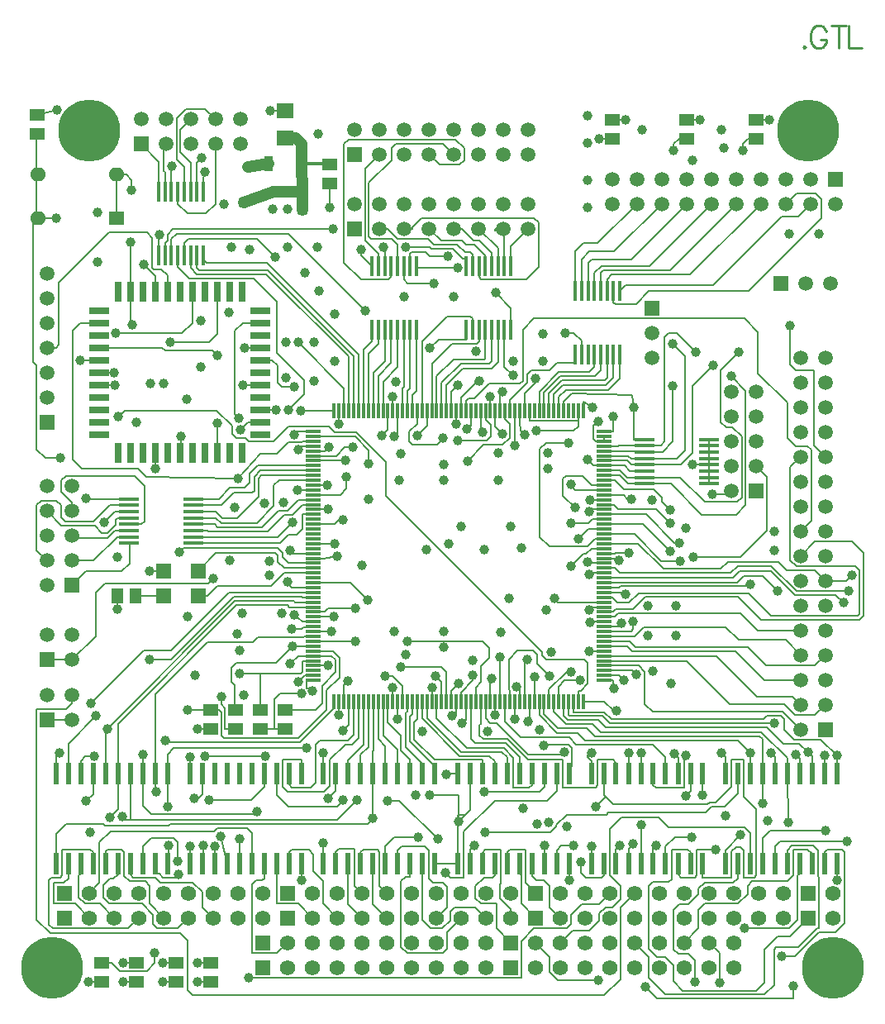
<source format=gtl>
%FSLAX42Y42*%
%MOMM*%
G71*
G01*
G75*
G04 Layer_Physical_Order=1*
%ADD10R,1.50X1.30*%
%ADD11R,1.50X1.50*%
%ADD12R,2.15X0.40*%
%ADD13R,2.15X0.40*%
%ADD14R,0.40X2.15*%
%ADD15R,0.40X2.15*%
%ADD16R,1.30X1.50*%
%ADD17R,0.30X1.55*%
%ADD18R,1.55X0.30*%
%ADD19R,0.76X2.03*%
%ADD20R,2.03X0.76*%
%ADD21R,0.85X1.60*%
%ADD22R,1.80X1.60*%
%ADD23R,0.60X2.20*%
%ADD24O,1.60X1.40*%
%ADD25R,1.60X1.40*%
%ADD26R,0.60X2.20*%
%ADD27C,0.20*%
%ADD28C,0.30*%
%ADD29C,1.20*%
%ADD30C,0.23*%
%ADD31C,6.35*%
%ADD32C,1.50*%
%ADD33C,1.57*%
%ADD34R,1.57X1.57*%
%ADD35C,1.00*%
%ADD36C,1.25*%
D10*
X17882Y24428D02*
D03*
Y24238D02*
D03*
X17170Y24428D02*
D03*
Y24238D02*
D03*
X16408Y24428D02*
D03*
Y24238D02*
D03*
X12294Y18383D02*
D03*
Y18193D02*
D03*
X12548Y18383D02*
D03*
Y18193D02*
D03*
X12802D02*
D03*
Y18383D02*
D03*
X13056Y18193D02*
D03*
Y18383D02*
D03*
X13513Y23781D02*
D03*
Y23971D02*
D03*
X10516Y24289D02*
D03*
Y24479D02*
D03*
X12294Y15602D02*
D03*
Y15792D02*
D03*
X11938Y15602D02*
D03*
Y15792D02*
D03*
X11532Y15602D02*
D03*
Y15792D02*
D03*
X11176Y15602D02*
D03*
Y15792D02*
D03*
D11*
X12164Y19812D02*
D03*
X11814D02*
D03*
X12164Y19558D02*
D03*
X11814D02*
D03*
X16815Y22504D02*
D03*
X17882Y20625D02*
D03*
X10617Y18898D02*
D03*
Y18288D02*
D03*
X11582Y24181D02*
D03*
X18694Y23825D02*
D03*
X10871Y19660D02*
D03*
X13767Y24079D02*
D03*
X18593Y18186D02*
D03*
X13767Y23317D02*
D03*
X18136Y22758D02*
D03*
X10617Y21336D02*
D03*
D12*
X16741Y21157D02*
D03*
X11458Y20548D02*
D03*
D13*
X16741Y21092D02*
D03*
Y21027D02*
D03*
Y20962D02*
D03*
Y20897D02*
D03*
Y20832D02*
D03*
Y20767D02*
D03*
Y20702D02*
D03*
X17396Y21157D02*
D03*
Y21092D02*
D03*
Y21027D02*
D03*
Y20962D02*
D03*
Y20897D02*
D03*
Y20832D02*
D03*
Y20767D02*
D03*
Y20702D02*
D03*
X11458Y20482D02*
D03*
Y20418D02*
D03*
Y20353D02*
D03*
Y20288D02*
D03*
Y20223D02*
D03*
Y20158D02*
D03*
Y20093D02*
D03*
X12113Y20548D02*
D03*
Y20482D02*
D03*
Y20418D02*
D03*
Y20353D02*
D03*
Y20288D02*
D03*
Y20223D02*
D03*
Y20158D02*
D03*
Y20093D02*
D03*
D14*
X16484Y22680D02*
D03*
X15366Y22934D02*
D03*
X14401D02*
D03*
X12216Y23695D02*
D03*
D15*
X16418Y22680D02*
D03*
X16354D02*
D03*
X16289D02*
D03*
X16224D02*
D03*
X16159D02*
D03*
X16094D02*
D03*
X16029D02*
D03*
X16484Y22025D02*
D03*
X16418D02*
D03*
X16354D02*
D03*
X16289D02*
D03*
X16224D02*
D03*
X16159D02*
D03*
X16094D02*
D03*
X16029D02*
D03*
X15301Y22934D02*
D03*
X15236D02*
D03*
X15171D02*
D03*
X15106D02*
D03*
X15041D02*
D03*
X14976D02*
D03*
X14911D02*
D03*
X15366Y22279D02*
D03*
X15301D02*
D03*
X15236D02*
D03*
X15171D02*
D03*
X15106D02*
D03*
X15041D02*
D03*
X14976D02*
D03*
X14911D02*
D03*
X14336Y22934D02*
D03*
X14271D02*
D03*
X14206D02*
D03*
X14141D02*
D03*
X14076D02*
D03*
X14011D02*
D03*
X13946D02*
D03*
X14401Y22279D02*
D03*
X14336D02*
D03*
X14271D02*
D03*
X14206D02*
D03*
X14141D02*
D03*
X14076D02*
D03*
X14011D02*
D03*
X13946D02*
D03*
X12151Y23695D02*
D03*
X12086D02*
D03*
X12021D02*
D03*
X11956D02*
D03*
X11891D02*
D03*
X11826D02*
D03*
X11761D02*
D03*
X12216Y23040D02*
D03*
X12151D02*
D03*
X12086D02*
D03*
X12021D02*
D03*
X11956D02*
D03*
X11891D02*
D03*
X11826D02*
D03*
X11761D02*
D03*
D16*
X11525Y19558D02*
D03*
X11335D02*
D03*
D17*
X13559Y18474D02*
D03*
X13609D02*
D03*
X13659D02*
D03*
X13709D02*
D03*
X13759D02*
D03*
X13809D02*
D03*
X13859D02*
D03*
X13909D02*
D03*
X13959D02*
D03*
X14009D02*
D03*
X14059D02*
D03*
X14109D02*
D03*
X14159D02*
D03*
X14209D02*
D03*
X14259D02*
D03*
X14309D02*
D03*
X14359D02*
D03*
X14409D02*
D03*
X14459D02*
D03*
X14509D02*
D03*
X14559D02*
D03*
X14609D02*
D03*
X14659D02*
D03*
X14709D02*
D03*
X14759D02*
D03*
X14809D02*
D03*
X14859D02*
D03*
X14909D02*
D03*
X14959D02*
D03*
X15009D02*
D03*
X15059D02*
D03*
X15109D02*
D03*
X15159D02*
D03*
X15209D02*
D03*
X15259D02*
D03*
X15309D02*
D03*
X15359D02*
D03*
X15409D02*
D03*
X15459D02*
D03*
X15509D02*
D03*
X15559D02*
D03*
X15609D02*
D03*
X15659D02*
D03*
X15709D02*
D03*
X15759D02*
D03*
X15809D02*
D03*
X15859D02*
D03*
X15909D02*
D03*
X15959D02*
D03*
X16009D02*
D03*
X16059D02*
D03*
X16109D02*
D03*
X13559Y21454D02*
D03*
X13609D02*
D03*
X13659D02*
D03*
X13709D02*
D03*
X13759D02*
D03*
X13809D02*
D03*
X13859D02*
D03*
X13909D02*
D03*
X13959D02*
D03*
X14009D02*
D03*
X14059D02*
D03*
X14109D02*
D03*
X14159D02*
D03*
X14209D02*
D03*
X14259D02*
D03*
X14309D02*
D03*
X14359D02*
D03*
X14409D02*
D03*
X14459D02*
D03*
X14509D02*
D03*
X14559D02*
D03*
X14609D02*
D03*
X14659D02*
D03*
X14709D02*
D03*
X14759D02*
D03*
X14809D02*
D03*
X14859D02*
D03*
X14909D02*
D03*
X14959D02*
D03*
X15059D02*
D03*
X15109D02*
D03*
X15159D02*
D03*
X15209D02*
D03*
X15259D02*
D03*
X15309D02*
D03*
X15359D02*
D03*
X15409D02*
D03*
X15459D02*
D03*
X15509D02*
D03*
X15559D02*
D03*
X15609D02*
D03*
X15659D02*
D03*
X15709D02*
D03*
X15759D02*
D03*
X15809D02*
D03*
X15859D02*
D03*
X15909D02*
D03*
X15959D02*
D03*
X16009D02*
D03*
X16059D02*
D03*
X16109D02*
D03*
X15009D02*
D03*
D18*
X13344Y21239D02*
D03*
Y21189D02*
D03*
Y21139D02*
D03*
Y21089D02*
D03*
Y21039D02*
D03*
Y20989D02*
D03*
Y20939D02*
D03*
Y20889D02*
D03*
Y20839D02*
D03*
Y20789D02*
D03*
Y20739D02*
D03*
Y20689D02*
D03*
Y20639D02*
D03*
Y20589D02*
D03*
Y20539D02*
D03*
Y20489D02*
D03*
Y20439D02*
D03*
Y20389D02*
D03*
Y20339D02*
D03*
Y20289D02*
D03*
Y20239D02*
D03*
Y20189D02*
D03*
Y20139D02*
D03*
Y20089D02*
D03*
Y20039D02*
D03*
Y19989D02*
D03*
Y19939D02*
D03*
Y19889D02*
D03*
Y19839D02*
D03*
Y19789D02*
D03*
Y19739D02*
D03*
Y19689D02*
D03*
Y19639D02*
D03*
Y19589D02*
D03*
Y19539D02*
D03*
Y19489D02*
D03*
Y19439D02*
D03*
Y19389D02*
D03*
Y19339D02*
D03*
Y19289D02*
D03*
Y19239D02*
D03*
Y19189D02*
D03*
Y19139D02*
D03*
Y19089D02*
D03*
Y19039D02*
D03*
Y18989D02*
D03*
Y18939D02*
D03*
Y18889D02*
D03*
Y18839D02*
D03*
Y18789D02*
D03*
Y18739D02*
D03*
Y18689D02*
D03*
X16324Y21239D02*
D03*
Y21189D02*
D03*
Y21139D02*
D03*
Y21089D02*
D03*
Y21039D02*
D03*
Y20989D02*
D03*
Y20939D02*
D03*
Y20889D02*
D03*
Y20839D02*
D03*
Y20789D02*
D03*
Y20739D02*
D03*
Y20689D02*
D03*
Y20639D02*
D03*
Y20589D02*
D03*
Y20539D02*
D03*
Y20489D02*
D03*
Y20439D02*
D03*
Y20389D02*
D03*
Y20339D02*
D03*
Y20289D02*
D03*
Y20239D02*
D03*
Y20189D02*
D03*
Y20139D02*
D03*
Y20089D02*
D03*
Y20039D02*
D03*
Y19989D02*
D03*
Y19939D02*
D03*
Y19889D02*
D03*
Y19839D02*
D03*
Y19789D02*
D03*
Y19739D02*
D03*
Y19689D02*
D03*
Y19639D02*
D03*
Y19589D02*
D03*
Y19539D02*
D03*
Y19489D02*
D03*
Y19439D02*
D03*
Y19389D02*
D03*
Y19339D02*
D03*
Y19289D02*
D03*
Y19239D02*
D03*
Y19189D02*
D03*
Y19139D02*
D03*
Y19089D02*
D03*
Y19039D02*
D03*
Y18989D02*
D03*
Y18939D02*
D03*
Y18889D02*
D03*
Y18839D02*
D03*
Y18789D02*
D03*
Y18739D02*
D03*
Y18689D02*
D03*
D19*
X12611Y22670D02*
D03*
X12484D02*
D03*
X12357D02*
D03*
X12230D02*
D03*
X12103D02*
D03*
X11976D02*
D03*
X11849D02*
D03*
X11722D02*
D03*
X11595D02*
D03*
X11468D02*
D03*
X11341D02*
D03*
Y21018D02*
D03*
X11468D02*
D03*
X11595D02*
D03*
X11722D02*
D03*
X11849D02*
D03*
X11976D02*
D03*
X12103D02*
D03*
X12230D02*
D03*
X12357D02*
D03*
X12484D02*
D03*
X12611D02*
D03*
D20*
X11151Y22479D02*
D03*
Y22352D02*
D03*
Y22225D02*
D03*
Y22098D02*
D03*
Y21971D02*
D03*
Y21844D02*
D03*
Y21717D02*
D03*
Y21590D02*
D03*
Y21463D02*
D03*
Y21336D02*
D03*
Y21209D02*
D03*
X12802D02*
D03*
Y21336D02*
D03*
Y21463D02*
D03*
Y21590D02*
D03*
Y21717D02*
D03*
Y21844D02*
D03*
Y21971D02*
D03*
Y22098D02*
D03*
Y22225D02*
D03*
Y22352D02*
D03*
Y22479D02*
D03*
D21*
X13226Y23978D02*
D03*
X12886D02*
D03*
D22*
X13056Y24244D02*
D03*
Y24524D02*
D03*
D23*
X11849Y17732D02*
D03*
X11722D02*
D03*
X11595D02*
D03*
X11468D02*
D03*
X11341D02*
D03*
X11214D02*
D03*
X11087D02*
D03*
X10960D02*
D03*
X10833D02*
D03*
X10706D02*
D03*
X11849Y16812D02*
D03*
X11722D02*
D03*
X11595D02*
D03*
X11468D02*
D03*
X11341D02*
D03*
X11214D02*
D03*
X11087D02*
D03*
X10960D02*
D03*
X10833D02*
D03*
X10706D02*
D03*
X17335Y17732D02*
D03*
X17209D02*
D03*
X17082D02*
D03*
X16954D02*
D03*
X16827D02*
D03*
X16701D02*
D03*
X16574D02*
D03*
X16446D02*
D03*
X16320D02*
D03*
X16193D02*
D03*
X17335Y16812D02*
D03*
X17209D02*
D03*
X17082D02*
D03*
X16954D02*
D03*
X16827D02*
D03*
X16701D02*
D03*
X16574D02*
D03*
X16446D02*
D03*
X16320D02*
D03*
X16193D02*
D03*
X18707Y17732D02*
D03*
X18580D02*
D03*
X18453D02*
D03*
X18326D02*
D03*
X18199D02*
D03*
X18072D02*
D03*
X17945D02*
D03*
X17818D02*
D03*
X17691D02*
D03*
X17564D02*
D03*
X18707Y16812D02*
D03*
X18580D02*
D03*
X18453D02*
D03*
X18326D02*
D03*
X18199D02*
D03*
X18072D02*
D03*
X17945D02*
D03*
X17818D02*
D03*
X17691D02*
D03*
X17564D02*
D03*
X15964Y17732D02*
D03*
X15837D02*
D03*
X15710D02*
D03*
X15583D02*
D03*
X15456D02*
D03*
X15329D02*
D03*
X15202D02*
D03*
X15075D02*
D03*
X14948D02*
D03*
X14821D02*
D03*
X15964Y16812D02*
D03*
X15837D02*
D03*
X15710D02*
D03*
X15583D02*
D03*
X15456D02*
D03*
X15329D02*
D03*
X15202D02*
D03*
X15075D02*
D03*
X14948D02*
D03*
X14821D02*
D03*
X14592Y17732D02*
D03*
X14465D02*
D03*
X14338D02*
D03*
X14211D02*
D03*
X14084D02*
D03*
X13957D02*
D03*
X13830D02*
D03*
X13703D02*
D03*
X13576D02*
D03*
X13449D02*
D03*
X14592Y16812D02*
D03*
X14465D02*
D03*
X14338D02*
D03*
X14211D02*
D03*
X14084D02*
D03*
X13957D02*
D03*
X13703D02*
D03*
X13576D02*
D03*
X13449D02*
D03*
X13221Y17732D02*
D03*
X13094D02*
D03*
X12967D02*
D03*
X12840D02*
D03*
X12713D02*
D03*
X12586D02*
D03*
X12459D02*
D03*
X12332D02*
D03*
X12205D02*
D03*
X12078D02*
D03*
X13221Y16812D02*
D03*
X13094D02*
D03*
X12967D02*
D03*
X12840D02*
D03*
X12713D02*
D03*
X12586D02*
D03*
X12459D02*
D03*
X12332D02*
D03*
X12205D02*
D03*
X12078D02*
D03*
D24*
X10528Y23869D02*
D03*
Y23419D02*
D03*
X11328Y23869D02*
D03*
D25*
Y23419D02*
D03*
D26*
X13830Y16812D02*
D03*
D27*
X16612Y21615D02*
X16629Y21481D01*
X14023Y16584D02*
X14097Y16510D01*
X13830Y16812D02*
Y16927D01*
X15469Y21250D02*
X15509Y21209D01*
X15456Y21336D02*
X15459Y21454D01*
X16183Y20539D02*
X16324D01*
X16193Y20039D02*
X16324D01*
X14959Y21298D02*
Y21454D01*
X14920Y21260D02*
X14959Y21298D01*
X16256Y19291D02*
X16324Y19289D01*
X16180Y19279D02*
X16256Y19291D01*
X15982Y19858D02*
X16111Y19987D01*
X15509Y18872D02*
X15540Y18903D01*
X15509Y18474D02*
Y18872D01*
X15009Y18474D02*
Y18618D01*
X14209Y21224D02*
Y21454D01*
X14176Y21191D02*
X14209Y21224D01*
X11608Y22946D02*
X11722Y22832D01*
Y22670D02*
Y22832D01*
X12802Y21463D02*
X12966D01*
X10958Y21971D02*
X11151D01*
X14681Y19088D02*
X15077D01*
X14308D02*
X14681D01*
X14259Y18474D02*
Y18635D01*
X14077Y18735D02*
X14158D01*
X13686Y20653D02*
Y20775D01*
X11722Y20854D02*
Y21018D01*
X13344Y20589D02*
X13622D01*
X13566Y20089D02*
X13607D01*
X13475Y19342D02*
X13551D01*
X13566Y20089D02*
X13606D01*
X13344D02*
X13566D01*
X13344Y19339D02*
X13475Y19342D01*
X16109Y21544D02*
X16205Y21488D01*
X16109Y21454D02*
Y21544D01*
X16324Y20589D02*
X16523Y20587D01*
X16563Y20546D02*
X16604D01*
X16468Y19239D02*
X16502Y19274D01*
X16446Y19939D02*
X16472Y19914D01*
X16324Y19939D02*
X16446D01*
X16324Y19239D02*
X16468D01*
X15624Y21742D02*
Y21783D01*
X15509Y21454D02*
Y21627D01*
X15001Y21755D02*
X15042D01*
X15001Y21730D02*
Y21755D01*
X14859Y21454D02*
Y21587D01*
X16109Y18474D02*
X16326D01*
X16426Y18374D02*
X16449D01*
X15559Y18265D02*
Y18474D01*
Y18236D02*
Y18265D01*
X14909Y18288D02*
Y18474D01*
X15547Y18224D02*
Y18265D01*
X14209Y18294D02*
Y18474D01*
X14868Y18247D02*
X14909Y18288D01*
X14159Y21454D02*
Y21595D01*
X13177Y21239D02*
X13344D01*
X12624Y21717D02*
X12802D01*
X13147Y21209D02*
X13177Y21239D01*
X12677Y21336D02*
X12802D01*
X12596Y21255D02*
X12677Y21336D01*
X11151Y21844D02*
X11303D01*
X13183Y20638D02*
X13344Y20639D01*
X13233Y19291D02*
X13344Y19289D01*
X13145Y19355D02*
X13233Y19291D01*
X13127Y19989D02*
X13344D01*
X13106Y20010D02*
Y20018D01*
X13279Y18689D02*
X13344D01*
X13327Y18598D02*
X13335Y18580D01*
X13279Y18608D02*
Y18689D01*
X13005Y18552D02*
X13221Y18555D01*
X12949Y18193D02*
X13056D01*
X12802D02*
X12949D01*
Y18496D01*
X11335Y19420D02*
Y19558D01*
X17882Y24428D02*
X18019D01*
X17170D02*
X17308D01*
X16408D02*
X16546D01*
X16175Y17945D02*
X16193D01*
X17523D02*
X17564Y17904D01*
Y17732D02*
Y17904D01*
X16193Y17732D02*
Y17864D01*
X16152Y17904D02*
X16193Y17864D01*
X14709Y17732D02*
X14821D01*
X14707Y17729D02*
X14709Y17732D01*
X13449D02*
Y17945D01*
X10516Y24479D02*
X10719Y24536D01*
X12078Y17732D02*
Y17905D01*
X10729Y17945D02*
X10747D01*
X10706Y17732D02*
Y17922D01*
X11717Y15792D02*
Y15900D01*
X12156Y15792D02*
X12294D01*
X11800D02*
X11938D01*
X11394D02*
X11532D01*
X11176D02*
X11279D01*
X17335Y17511D02*
Y17732D01*
X15428Y18623D02*
X15459Y18593D01*
Y18474D02*
Y18593D01*
X17209Y17556D02*
Y17732D01*
X17160Y17508D02*
X17209Y17556D01*
X15409Y18294D02*
Y18474D01*
X15408Y18293D02*
X15409Y18294D01*
X17041Y17935D02*
X17082Y17894D01*
Y17732D02*
Y17894D01*
X15639Y18860D02*
X15766Y18732D01*
X15359Y18474D02*
Y18583D01*
X16954Y17732D02*
Y17904D01*
X15309Y18263D02*
Y18474D01*
X17148Y17904D02*
X17163Y17920D01*
X16827Y17617D02*
Y17732D01*
X15259Y18474D02*
Y18928D01*
X16701Y17732D02*
Y17945D01*
X15159Y18687D02*
X15176Y18705D01*
X15159Y18474D02*
Y18687D01*
X15890Y17927D02*
X15916Y17953D01*
X16574Y17732D02*
Y17948D01*
X15109Y18303D02*
Y18474D01*
X16446Y17732D02*
Y17846D01*
X15059Y18245D02*
Y18474D01*
X15707Y18024D02*
X15718Y18034D01*
X15964Y17813D02*
X15997D01*
X15964Y17732D02*
Y17813D01*
X14759Y18583D02*
X14834Y18658D01*
X14759Y18474D02*
Y18583D01*
X15837Y17556D02*
Y17732D01*
X14709Y18474D02*
Y18776D01*
X14694Y16718D02*
X14745Y16667D01*
X14239Y18826D02*
X14658D01*
X14102Y17457D02*
X14227D01*
X14620Y17064D01*
X15710Y17597D02*
Y17732D01*
X15098Y17551D02*
X15664D01*
X14597Y18735D02*
X14659Y18674D01*
Y18474D02*
Y18674D01*
X15583Y17617D02*
Y17732D01*
X14609Y18303D02*
Y18474D01*
X15202Y17732D02*
Y17859D01*
X14459Y18297D02*
Y18474D01*
X14359Y18341D02*
Y18474D01*
X14592Y17732D02*
Y17808D01*
X14309Y18370D02*
Y18474D01*
X14465Y17732D02*
Y17836D01*
X14338Y17732D02*
Y17877D01*
X14109Y18259D02*
Y18474D01*
X14211Y17732D02*
Y17813D01*
X14059Y18123D02*
Y18474D01*
X14084Y17732D02*
Y18011D01*
X14009Y18087D02*
Y18474D01*
X13909Y18003D02*
Y18474D01*
X13830Y17732D02*
Y17925D01*
X13809Y18101D02*
Y18474D01*
X13221Y17732D02*
Y17874D01*
X13759Y18132D02*
Y18474D01*
X13094Y17620D02*
Y17732D01*
X13093Y19889D02*
X13344D01*
X11974Y20002D02*
X12012Y20041D01*
X11483Y23711D02*
Y23815D01*
X11328Y23869D02*
X11430D01*
X11328Y23419D02*
Y23869D01*
X18227Y16068D02*
X18415Y16256D01*
X17209Y16812D02*
Y16927D01*
X17275Y16954D02*
X17468D01*
X17082Y16701D02*
Y16812D01*
X17048Y17082D02*
X17219D01*
X16954Y16812D02*
Y16988D01*
X16827Y16962D02*
X16861Y16995D01*
X16827Y16812D02*
Y16962D01*
X16701Y16812D02*
Y17206D01*
X16574Y16965D02*
X16619Y17010D01*
X16574Y16812D02*
Y16965D01*
X16446Y16957D02*
X16487Y16998D01*
X16446Y16812D02*
Y16957D01*
X16320Y16693D02*
Y16812D01*
X16088Y16716D02*
Y16827D01*
X15883Y16993D02*
X16007D01*
X15837Y16812D02*
Y16947D01*
X15710Y16812D02*
Y17000D01*
X15766Y16365D02*
X15875Y16256D01*
X15583Y16685D02*
Y16812D01*
X15476Y16401D02*
X15621Y16256D01*
X15456Y16713D02*
Y16812D01*
X15367Y16256D02*
Y16342D01*
X15075Y16812D02*
Y16924D01*
X15004Y16365D02*
X15113Y16256D01*
X14465Y16231D02*
Y16812D01*
X14714Y16111D02*
X14859Y16256D01*
X14338Y16678D02*
Y16812D01*
X14605Y16256D02*
X14714Y16365D01*
X14211Y16812D02*
Y16947D01*
X14176Y17079D02*
X14422D01*
X14084Y16812D02*
Y16988D01*
X13957Y16396D02*
Y16812D01*
Y16396D02*
X14097Y16256D01*
X13703Y16396D02*
Y16812D01*
Y16396D02*
X13843Y16256D01*
X13444Y16401D02*
X13589Y16256D01*
X13094Y16812D02*
Y16927D01*
X13190Y16401D02*
X13335Y16256D01*
X12967Y16401D02*
Y16812D01*
X15517Y16614D02*
X15621Y16510D01*
X15329Y16812D02*
Y16927D01*
X11722Y16711D02*
X11765D01*
X11933Y16670D02*
X11963Y16701D01*
X11722Y16711D02*
Y16812D01*
X11958Y16840D02*
Y17028D01*
X11595Y16812D02*
Y16988D01*
X12210Y16365D02*
X12319Y16256D01*
X11468Y16701D02*
Y16812D01*
X11341Y16701D02*
Y16812D01*
X11956Y16147D02*
X12065Y16256D01*
X11666Y16401D02*
X11811Y16256D01*
X11214Y16812D02*
Y16934D01*
X11087Y16812D02*
Y16927D01*
X11448Y16147D02*
X11557Y16256D01*
X10960Y16708D02*
Y16812D01*
X11158Y16401D02*
X11303Y16256D01*
X10833Y16662D02*
Y16812D01*
X10904Y16401D02*
X11049Y16256D01*
X17691Y16662D02*
Y16812D01*
X17254Y15598D02*
Y15822D01*
X15621Y16002D02*
X15766Y15857D01*
X15850Y15616D02*
X16261D01*
X17818Y16812D02*
Y17127D01*
X15875Y16002D02*
X16002Y16129D01*
X18026Y17150D02*
X18593D01*
X17945Y16812D02*
Y17069D01*
X18123Y17038D02*
X18816D01*
X18263Y15557D02*
X18265Y15428D01*
X18072Y16812D02*
Y16988D01*
X16746Y15547D02*
X16866Y15428D01*
X18199Y16812D02*
Y16947D01*
X16637Y16002D02*
X16782Y15857D01*
X18326Y16713D02*
Y16812D01*
X17762Y16147D02*
X18222D01*
X18453Y16812D02*
Y16911D01*
X17145Y16002D02*
X17290Y16147D01*
X18580Y16812D02*
Y16927D01*
X18146Y15865D02*
X18280D01*
X17399Y16002D02*
X17508Y15893D01*
Y15591D02*
Y15893D01*
X13769Y16584D02*
X13843Y16510D01*
X13576Y16812D02*
Y16927D01*
X16492Y16365D02*
X16637Y16510D01*
X10871Y18451D02*
Y18542D01*
X16271Y16398D02*
X16383Y16510D01*
X12680Y15639D02*
X15476D01*
X14948Y16952D02*
X14991Y16995D01*
X14948Y16812D02*
Y16952D01*
X15202Y16693D02*
Y16812D01*
X15222Y16147D02*
X15367Y16002D01*
X12713Y16812D02*
Y17125D01*
X11049Y16510D02*
X11153Y16614D01*
X12840Y16662D02*
Y16812D01*
X12972Y15893D02*
X13081Y16002D01*
X13344Y21189D02*
X13771D01*
X13914Y20909D02*
Y21046D01*
X11468Y22670D02*
Y23176D01*
Y22352D02*
Y22670D01*
Y22352D02*
X11487Y22333D01*
X16206Y19439D02*
X16324D01*
X16175Y19408D02*
X16206Y19439D01*
X18339Y20218D02*
X18445Y20325D01*
X14909Y21454D02*
Y21551D01*
X17897Y19202D02*
X18339D01*
X16324Y19339D02*
X16434D01*
X18230Y21928D02*
Y22324D01*
X18476Y21097D02*
X18593Y20980D01*
X15812Y19525D02*
X15847Y19489D01*
X16324D01*
X18232Y20874D02*
X18339Y20980D01*
X16324Y19539D02*
X16409D01*
X17803Y19652D02*
X17821Y19670D01*
X16324Y19639D02*
X16477D01*
X17945Y19759D02*
X18100Y19604D01*
X16324Y19689D02*
X16406D01*
X18697Y19563D02*
X18778Y19482D01*
X16324Y19739D02*
X17646D01*
X16190Y19789D02*
X16324D01*
X16175Y19774D02*
X16190Y19789D01*
X18293Y19604D02*
X18832D01*
X16324Y19839D02*
X16431D01*
X16437Y19995D02*
X16574D01*
X16324Y19989D02*
X16431D01*
X18339Y19964D02*
X18484Y20109D01*
X16324Y19389D02*
X16420D01*
X16608Y18789D02*
X16650Y18748D01*
X16324Y18789D02*
X16608D01*
X18156Y18369D02*
X18339Y18186D01*
X16324Y18839D02*
X16677D01*
X18486Y18334D02*
X18593Y18440D01*
X16324Y18889D02*
X17168D01*
X18255Y18524D02*
X18339Y18440D01*
X16324Y18939D02*
X17478D01*
X16175Y18989D02*
X16324D01*
X16175Y18989D02*
X16175Y18989D01*
X17963Y18694D02*
X18339D01*
X16324Y19039D02*
X16561D01*
X18486Y18842D02*
X18593Y18948D01*
X16324Y19089D02*
X16585D01*
X18184Y19103D02*
X18339Y18948D01*
X16324Y19139D02*
X16640D01*
X13258Y18739D02*
X13344D01*
X13195Y18677D02*
X13258Y18739D01*
X12624Y22352D02*
X12802D01*
X12543Y21415D02*
X12583Y21374D01*
X14759Y21454D02*
Y21645D01*
X14823Y21709D01*
X14809Y18327D02*
Y18474D01*
X14768Y18326D02*
X14808D01*
X15456Y17732D02*
Y17906D01*
X14959Y18089D02*
Y18474D01*
X17691Y17531D02*
Y17732D01*
X15108Y17132D02*
X15776D01*
X13722Y19689D02*
X13899Y19512D01*
X13344Y19689D02*
X13722D01*
X10833Y18042D02*
X11120Y18329D01*
X12235Y17912D02*
X12852D01*
X10833Y17732D02*
Y18042D01*
X13344Y19089D02*
X13777D01*
X11913Y17993D02*
X13274D01*
X11849Y17732D02*
Y17930D01*
Y17396D02*
Y17732D01*
X13247Y19139D02*
X13344D01*
X11722Y17732D02*
Y18545D01*
Y17567D02*
Y17732D01*
Y17567D02*
X11737Y17551D01*
X13525Y19189D02*
X13526Y19190D01*
X13344Y19189D02*
X13525D01*
X11595Y17732D02*
Y17927D01*
Y17404D02*
Y17732D01*
X12743Y17315D02*
X12771Y17343D01*
X13499Y19428D02*
X13777D01*
X13344Y19389D02*
X13459D01*
X13592Y17262D02*
X13790Y17460D01*
X11468Y17262D02*
Y17732D01*
Y17262D02*
X13592D01*
X11424D02*
X11468D01*
X11391Y17295D02*
X11424Y17262D01*
X13101Y19439D02*
X13344D01*
X11341Y17732D02*
Y18242D01*
Y17366D02*
Y17732D01*
X11260Y17285D02*
X11341Y17366D01*
X13160Y19489D02*
X13344D01*
X11232Y18190D02*
X12543Y19501D01*
X11214Y18172D02*
X11232Y18190D01*
X11214Y17732D02*
Y18172D01*
X13236Y19539D02*
X13344D01*
X11664Y18898D02*
X11883D01*
X11087Y17526D02*
Y17732D01*
X11011Y17450D02*
X11087Y17526D01*
X12482Y19589D02*
X13344D01*
X11067Y18451D02*
X11608Y18992D01*
X11009Y17912D02*
X11101D01*
X10960Y17732D02*
Y17863D01*
X17691Y18075D02*
X17818Y17948D01*
Y17732D02*
Y17948D01*
X15659Y18331D02*
Y18474D01*
X17945Y17732D02*
Y18085D01*
Y17432D02*
Y17732D01*
X15709Y18339D02*
Y18474D01*
X18031Y17945D02*
X18072Y17904D01*
Y17732D02*
Y17904D01*
X15941Y18778D02*
X15984D01*
X15759Y18474D02*
Y18595D01*
X18199Y17732D02*
Y17891D01*
Y17732D02*
X18212Y17234D01*
X15809Y18367D02*
Y18474D01*
X18285Y17932D02*
X18326Y17892D01*
Y17732D02*
Y17892D01*
X15920Y18687D02*
X16076D01*
X15859Y18474D02*
Y18626D01*
X18322Y18039D02*
X18411Y17950D01*
X18453Y17908D01*
Y17732D02*
Y17908D01*
X15909Y18329D02*
Y18474D01*
X18067Y18250D02*
X18070Y18247D01*
X18580Y17732D02*
Y17917D01*
X15959Y18336D02*
Y18474D01*
X18545Y18080D02*
X18707Y17917D01*
Y17732D02*
Y17917D01*
X16009Y18369D02*
Y18474D01*
X13023Y21699D02*
X13150D01*
X12802Y21971D02*
X12924D01*
X13344Y18839D02*
X13492D01*
X13559Y21453D02*
Y21454D01*
X13218Y21453D02*
X13559D01*
X11151Y22098D02*
X11796D01*
X12311Y22070D02*
X12365Y22017D01*
X17800Y24238D02*
X17882D01*
X17744Y24116D02*
Y24182D01*
X17091Y24238D02*
X17170D01*
X16271D02*
X16408D01*
X17033Y24116D02*
Y24181D01*
X16322Y21189D02*
X16324D01*
X17396Y21157D02*
X17396D01*
X17396Y21092D02*
X17396D01*
X17396Y21027D02*
X17396D01*
X17396Y20962D02*
X17396D01*
Y21092D02*
Y21157D01*
Y21027D02*
Y21092D01*
Y20962D02*
Y21027D01*
Y20897D02*
Y20962D01*
Y20832D02*
Y20897D01*
Y20767D02*
Y20832D01*
Y20702D02*
Y20767D01*
X17396Y20832D02*
X17396D01*
X17396Y20767D02*
X17396D01*
X17396Y20702D02*
X17396D01*
X17396Y20897D02*
X17396D01*
X17226D02*
X17396D01*
X16322Y21139D02*
Y21189D01*
X15159Y21454D02*
Y21595D01*
X16256Y21341D02*
X16266D01*
X16322Y21139D02*
X16324D01*
X16236D02*
X16322D01*
X16059Y21346D02*
Y21454D01*
Y21291D02*
Y21346D01*
X16163Y20239D02*
X16324D01*
X16028Y20639D02*
X16324D01*
X16063Y20139D02*
X16163Y20239D01*
X16063Y20139D02*
X16063Y20139D01*
X15982Y20686D02*
Y20701D01*
X16063Y20139D02*
Y20139D01*
X15626Y21245D02*
X16012D01*
X15559Y21346D02*
X16059D01*
X15559D02*
Y21454D01*
X14808Y21311D02*
X14809Y21454D01*
X16624Y19213D02*
Y19294D01*
X16524Y19589D02*
X16543Y19571D01*
X16166Y19889D02*
X16324D01*
Y19589D02*
X16524D01*
X16324Y19189D02*
X16601D01*
X16324Y18689D02*
X16419D01*
Y18613D02*
X16424Y18608D01*
X18707Y16639D02*
Y16812D01*
X16320Y17516D02*
Y17732D01*
Y17516D02*
X16339Y17497D01*
X16419Y17417D01*
X16238Y17396D02*
X16339Y17497D01*
X17335Y16670D02*
Y16812D01*
X16154Y19901D02*
X16166Y19889D01*
X15609Y18474D02*
Y18720D01*
X14981Y18687D02*
Y18738D01*
X15209Y18334D02*
Y18474D01*
X14859D02*
Y18564D01*
X16193Y16812D02*
Y16985D01*
X15964Y16639D02*
Y16812D01*
X14948Y17358D02*
Y17732D01*
X14834Y17313D02*
X14902D01*
X14821D02*
X14834D01*
X14902D02*
X14948Y17358D01*
X14834Y17244D02*
X14902Y17313D01*
X14834D02*
Y17511D01*
Y17244D02*
Y17313D01*
X14821Y17244D02*
Y17313D01*
Y16812D02*
Y17244D01*
Y16812D02*
Y16812D01*
X12903Y24524D02*
X13056D01*
X14509Y21294D02*
Y21454D01*
X14409Y21194D02*
X14509Y21294D01*
X14109Y21253D02*
Y21454D01*
X14049Y21194D02*
X14109Y21253D01*
X13607Y20330D02*
X13647D01*
X13609Y21314D02*
Y21454D01*
X13344Y20689D02*
X13484D01*
X13344Y20289D02*
X13566D01*
X13449Y19939D02*
X13589Y19964D01*
X13344Y19939D02*
X13449Y19939D01*
X12637Y22098D02*
X12802D01*
X10528Y23419D02*
X10706D01*
X10505D02*
X10528D01*
X10505Y24289D02*
X10516D01*
X10505Y23869D02*
Y24289D01*
Y23419D02*
Y23869D01*
Y23396D02*
Y23419D01*
Y23869D02*
X10528D01*
X10505Y23396D02*
X10528Y23419D01*
X10470Y23360D02*
X10505Y23396D01*
X11976Y21018D02*
X11989Y21184D01*
X11151Y21717D02*
X11315D01*
X10597Y20965D02*
X10749D01*
X13239Y19234D02*
X13344Y19239D01*
X13084Y19683D02*
Y19702D01*
X13127Y19639D02*
X13344D01*
X13119Y19215D02*
X13221Y19216D01*
X14559Y18474D02*
Y18615D01*
X14159Y18474D02*
Y18615D01*
X13609Y18334D02*
Y18474D01*
X14541Y17511D02*
X14834D01*
X14592Y16812D02*
X14821D01*
X14592Y16812D02*
Y16812D01*
X13576Y17559D02*
Y17732D01*
X13495Y17478D02*
X13576Y17559D01*
X13409Y17026D02*
X13449D01*
X13409D02*
X13429Y17005D01*
X13449Y16985D01*
Y16812D02*
Y16985D01*
X13221Y16639D02*
Y16812D01*
X12441Y18193D02*
X12548D01*
X12400Y18447D02*
Y18517D01*
X12395Y17094D02*
X12459Y16812D01*
X12156Y18193D02*
X12294D01*
X12205Y17518D02*
Y17732D01*
X12123Y17478D02*
X12164D01*
X12586Y16812D02*
Y17066D01*
X12332Y16812D02*
Y16985D01*
X12205Y16812D02*
X12217Y16993D01*
X12078Y16812D02*
Y16985D01*
X12156Y15602D02*
X12294D01*
X11862Y16916D02*
Y16993D01*
X11800Y15602D02*
X11938D01*
X11849Y16812D02*
X11862Y16916D01*
X11394Y15602D02*
X11532D01*
X11038D02*
X11176D01*
X18806Y19710D02*
X18860Y19764D01*
X18593Y19710D02*
X18806D01*
X18486Y19817D02*
X18593Y19710D01*
X16324Y20089D02*
X16673D01*
X15728Y21118D02*
X15956D01*
X16233Y20139D02*
X16324D01*
X13236Y21139D02*
X13344D01*
X10958Y22352D02*
X11151D01*
X12573Y20752D02*
X12799Y21006D01*
X11636Y20772D02*
X12573Y20752D01*
X13344Y18989D02*
X13544D01*
X12294Y18383D02*
X12375D01*
X12055D02*
X12294D01*
X13129Y19039D02*
X13344D01*
X12962Y18872D02*
X13129Y19039D01*
X12543Y18383D02*
X12548D01*
X12543D02*
Y18639D01*
X13236Y18889D02*
X13344D01*
X12802Y18383D02*
Y18758D01*
X13218D01*
X12586D02*
X12802D01*
X17564Y16949D02*
X17719Y17104D01*
X17564Y16812D02*
Y16949D01*
X13959Y17972D02*
Y18474D01*
X13957Y17732D02*
Y17971D01*
Y17277D02*
Y17732D01*
X13901Y17221D02*
X13957Y17277D01*
X10706Y16812D02*
Y17112D01*
X13859Y18027D02*
Y18474D01*
X13703Y17732D02*
Y17871D01*
X13045Y19839D02*
X13344D01*
X12164Y19812D02*
X12347Y19995D01*
X13045Y19789D02*
X13344D01*
X12164Y19558D02*
X12263D01*
X16419Y21239D02*
Y21387D01*
X16324Y21239D02*
X16419D01*
X13344Y18939D02*
X13532D01*
X13189D02*
X13344D01*
X13106Y18857D02*
X13189Y18939D01*
X13056Y18383D02*
X13365D01*
X14409Y18291D02*
Y18474D01*
X15075Y17732D02*
Y17874D01*
X15329Y17732D02*
Y17902D01*
X14509Y18303D02*
Y18474D01*
X11664Y19812D02*
X11814D01*
X11525Y19558D02*
X11814D01*
X18313Y23444D02*
X18440Y23571D01*
X16484Y22680D02*
X16545Y22741D01*
X18186Y23571D02*
X18293Y23678D01*
X16418Y22560D02*
Y22680D01*
X17206Y22845D02*
X17932Y23571D01*
X16354Y22680D02*
Y22799D01*
X16998Y22890D02*
X17678Y23571D01*
X16289Y22680D02*
Y22868D01*
X16787Y22934D02*
X17424Y23571D01*
X16224Y22680D02*
Y22861D01*
X16601Y23002D02*
X17170Y23571D01*
X16159Y22680D02*
Y22962D01*
X16429Y23084D02*
X16916Y23571D01*
X16094Y22680D02*
Y23002D01*
X16256Y23165D02*
X16662Y23571D01*
X16029Y22680D02*
Y23084D01*
X17600Y20597D02*
X17628Y20625D01*
X17435Y20597D02*
X17600D01*
X17882Y20879D02*
X17988Y20772D01*
X17236Y19954D02*
X17722D01*
X12268Y19680D02*
X12316Y19729D01*
X10871Y18898D02*
X11115Y19141D01*
X10617Y18898D02*
X10871D01*
X10617Y18288D02*
X10871D01*
X14288Y23129D02*
X14541D01*
X14911Y22934D02*
Y23007D01*
X14976Y22934D02*
Y23053D01*
X14021Y23317D02*
X14102D01*
X15041Y22819D02*
Y22934D01*
X14359Y23317D02*
Y23327D01*
X14275Y23317D02*
X14359D01*
X15106Y22934D02*
Y23043D01*
X14529Y23317D02*
X14653Y23193D01*
X15171Y22934D02*
Y23069D01*
X14783Y23317D02*
X14869D01*
X15236Y22934D02*
Y23118D01*
X15037Y23317D02*
X15236Y23118D01*
X15250Y23297D02*
X15260Y23287D01*
X15301Y23246D01*
X15207Y23317D02*
X15291D01*
X15301Y22934D02*
Y23246D01*
X15207Y23297D02*
Y23317D01*
X15366Y22934D02*
Y23138D01*
X15545Y23317D01*
X13833Y23046D02*
Y23104D01*
Y23046D02*
X13946Y22934D01*
X14011D02*
Y23056D01*
X13873Y23932D02*
X14021Y24079D01*
X14076Y22934D02*
Y23115D01*
X14061Y23129D02*
X14076Y23115D01*
X14529Y24079D02*
X14635Y23973D01*
X14141Y22819D02*
Y22934D01*
X14676Y24186D02*
X14783Y24079D01*
X14206Y22934D02*
Y23152D01*
X14311Y22758D02*
X14577D01*
X14271Y22799D02*
Y22934D01*
X14539Y23033D02*
X14727D01*
X14336Y22934D02*
Y23058D01*
X14401Y22911D02*
X14821D01*
X14401D02*
Y22934D01*
X11761Y23695D02*
Y24002D01*
X11582Y24181D02*
X11761Y24002D01*
X12233Y23859D02*
Y23901D01*
X12216Y23695D02*
Y23843D01*
X11826Y23695D02*
Y23894D01*
X11811Y24155D02*
X11836Y24181D01*
X12151Y23993D02*
X12197Y24039D01*
X12151Y23695D02*
Y23993D01*
X11891Y23695D02*
Y23956D01*
X11892Y23957D01*
X12086Y23695D02*
Y23994D01*
X11984Y24328D02*
X12090Y24435D01*
X12344Y23571D02*
Y24181D01*
X11956Y23571D02*
Y23695D01*
X12238Y24541D02*
X12344Y24435D01*
X12021Y23695D02*
Y23947D01*
X11458Y20093D02*
X11460D01*
X10871Y19660D02*
X11016Y19804D01*
X11020Y20548D02*
X11458D01*
X11019Y20549D02*
X11020Y20548D01*
X11339Y20158D02*
X11458D01*
X10871Y19914D02*
X11095D01*
X11260Y20482D02*
X11458D01*
X10511Y20020D02*
X10617Y19914D01*
X11312Y20223D02*
X11458D01*
X10871Y20168D02*
X10892Y20147D01*
X11314Y20418D02*
X11458D01*
X11204Y20307D02*
X11314Y20418D01*
X10871Y20422D02*
Y20513D01*
X11458Y20288D02*
X11583D01*
X11339Y20353D02*
X11458D01*
X10617Y20422D02*
X10765Y20274D01*
X12840Y17597D02*
Y17732D01*
X12276Y17462D02*
X12705D01*
X13513Y23531D02*
Y23781D01*
X15209Y21286D02*
Y21454D01*
Y21286D02*
X15278Y21217D01*
X15259Y21621D02*
X15281Y21643D01*
X15259Y21454D02*
Y21621D01*
X15309Y21366D02*
Y21454D01*
X14928Y20937D02*
X15090Y21100D01*
X16029Y21938D02*
Y22025D01*
X15839Y21938D02*
X16029D01*
X15359Y21454D02*
Y21562D01*
X15926Y22250D02*
X16012D01*
X16094Y22025D02*
Y22169D01*
X15409Y21093D02*
Y21454D01*
X15408Y21092D02*
X15409Y21093D01*
X16629Y21157D02*
X16741D01*
X15994Y21626D02*
X16612Y21615D01*
X15909Y21454D02*
Y21540D01*
X16629Y21157D02*
Y21481D01*
X17066Y22248D02*
X17262Y22052D01*
X16741Y21092D02*
X16904D01*
X16470D02*
X16741D01*
X16324Y21089D02*
X16467D01*
X17028Y21133D02*
Y21704D01*
X16741Y21027D02*
X16922D01*
X16716D02*
X16741D01*
X16324Y21039D02*
X16703D01*
X17026Y22136D02*
X17155Y22007D01*
X16324Y20989D02*
X16572D01*
X16741Y20962D02*
X17071D01*
X16599D02*
X16741D01*
X17231Y21707D02*
X17440Y21915D01*
X16324Y20939D02*
X16562D01*
X16741Y20897D02*
X17110D01*
X16604D02*
X16741D01*
X16589Y20832D02*
X16741D01*
X16324Y20889D02*
X16531D01*
X16217D02*
X16324D01*
X16154Y20952D02*
X16217Y20889D01*
X17521Y21864D02*
X17706Y22050D01*
X16324Y20839D02*
X16488D01*
X16741Y20767D02*
X17104D01*
X16561D02*
X16741D01*
X17625Y21806D02*
X17775Y21656D01*
X16741Y20702D02*
X17008D01*
X16569D02*
X16741D01*
X16324Y20789D02*
X16482D01*
X16484Y21783D02*
Y22025D01*
X15859Y21454D02*
Y21591D01*
X16418Y21793D02*
Y22025D01*
X15809Y21454D02*
Y21622D01*
X16354Y21788D02*
Y22025D01*
X15759Y21454D02*
Y21629D01*
X16289Y21864D02*
Y22025D01*
X15709Y21454D02*
Y21635D01*
X16224Y21900D02*
Y22025D01*
X15659Y21454D02*
Y21648D01*
X17046Y20096D02*
X17092D01*
X16324Y20389D02*
X16753D01*
X16916Y20518D02*
X16998Y20437D01*
X16324Y20739D02*
X16434D01*
X16205Y20339D02*
X16324D01*
X15987Y20295D02*
X16160D01*
X16193Y20689D02*
X16324D01*
X15900Y20582D02*
X16025Y20457D01*
X16723Y20289D02*
X16998Y20015D01*
X16324Y20289D02*
X16723D01*
X16853Y20447D02*
X16998Y20302D01*
X16324Y20489D02*
X16424D01*
X16911Y19911D02*
X17099D01*
X16324Y20189D02*
X16633D01*
X16193Y20439D02*
X16324D01*
X16170Y20417D02*
X16193Y20439D01*
X15106Y21987D02*
Y22279D01*
X14609Y21454D02*
Y21802D01*
X15211Y22657D02*
X15366Y22502D01*
Y22279D02*
Y22502D01*
X15109Y21358D02*
Y21454D01*
X14828Y21148D02*
X15118D01*
X15041Y22159D02*
Y22279D01*
X14559Y21454D02*
Y21935D01*
X15301Y21900D02*
X15390Y21811D01*
X15301Y21900D02*
Y22279D01*
X15059Y21251D02*
Y21454D01*
Y21251D02*
X15080Y21229D01*
X14976Y22279D02*
Y22398D01*
X14459Y21454D02*
Y22160D01*
X15236Y21946D02*
Y22279D01*
X14709Y21454D02*
Y21714D01*
X14911Y22182D02*
Y22279D01*
X14630Y22182D02*
X14911D01*
X14613Y21105D02*
X14676Y21168D01*
X14541Y22093D02*
X14630Y22182D01*
X14409Y21316D02*
Y21454D01*
X15171Y21960D02*
Y22279D01*
X14659Y21454D02*
Y21738D01*
X14141Y21941D02*
Y22279D01*
X14009Y21454D02*
Y21809D01*
X14401Y21655D02*
Y22279D01*
X14359Y21454D02*
Y21613D01*
X14076Y21961D02*
Y22279D01*
X13959Y21454D02*
Y21844D01*
X14336Y21681D02*
Y22279D01*
X14309Y21454D02*
Y21654D01*
X14011Y22134D02*
Y22279D01*
X13909Y21454D02*
Y22032D01*
X14271Y22171D02*
Y22279D01*
X14259Y21454D02*
Y21683D01*
X13946Y22162D02*
Y22279D01*
X13859Y21454D02*
Y22075D01*
X14206Y21897D02*
Y22279D01*
X14059Y21454D02*
Y21750D01*
X13086Y21458D02*
X13249Y21620D01*
X13236Y21089D02*
X13344D01*
X13195Y21049D02*
X13236Y21089D01*
X11956Y22921D02*
Y23040D01*
X13809Y21454D02*
Y22026D01*
X12216Y22997D02*
Y23040D01*
X13463Y21039D02*
X13500Y21077D01*
X11891Y23040D02*
Y23210D01*
X13086Y23266D02*
X13873Y22479D01*
X13344Y21039D02*
X13463D01*
X13759Y21454D02*
Y22012D01*
X12151Y22913D02*
Y23040D01*
X13666Y21074D02*
X13752D01*
X11908Y23312D02*
X13543D01*
X13344Y20989D02*
X13581D01*
X11826Y23040D02*
Y23171D01*
X13709Y21454D02*
Y22006D01*
X12086Y22915D02*
Y23040D01*
X13672Y20939D02*
X13673Y20940D01*
X13344Y20939D02*
X13672D01*
X11761Y23242D02*
X11770Y23251D01*
X11761Y23040D02*
Y23242D01*
X13190Y22149D02*
X13659Y21680D01*
Y21454D02*
Y21680D01*
X12766Y23211D02*
X12951Y23025D01*
X12021Y23040D02*
Y23165D01*
X13194Y20539D02*
X13344D01*
X12113Y20288D02*
X12334D01*
X12774Y20889D02*
X13344D01*
X12113Y20548D02*
X12374D01*
X13233Y20489D02*
X13344D01*
X12113Y20223D02*
X12258D01*
X12804Y20839D02*
X13344D01*
X12113Y20482D02*
X12401D01*
X13344Y20439D02*
X13492D01*
X12979Y20158D02*
X13129Y20307D01*
X12113Y20158D02*
X12979D01*
X12814Y20789D02*
X13344D01*
X12113Y20418D02*
X12341D01*
X13236Y20389D02*
X13344D01*
X12113Y20093D02*
X13007D01*
X12995Y20739D02*
X13344D01*
X12113Y20353D02*
X12347D01*
X13709Y18230D02*
Y18474D01*
X13650Y18171D02*
X13709Y18230D01*
X13586Y17396D02*
X13650Y17460D01*
X12967Y17516D02*
Y17732D01*
X16059Y18474D02*
Y18583D01*
X11849Y22670D02*
Y22840D01*
X11349Y21389D02*
X11412Y21453D01*
X10617Y22098D02*
X10709D01*
X12357Y22238D02*
Y22670D01*
X11882Y22154D02*
X12273D01*
X13659Y18645D02*
X13696Y18682D01*
X13659Y18474D02*
Y18645D01*
X12357Y21018D02*
Y21321D01*
X13559Y18400D02*
Y18474D01*
X11826Y18070D02*
X11844Y18052D01*
X16480Y18739D02*
X16525Y18694D01*
X16324Y18739D02*
X16480D01*
X12103Y22352D02*
Y22670D01*
X11323Y22245D02*
X11996D01*
X16012Y21245D02*
X16059Y21291D01*
X17744Y24182D02*
X17800Y24238D01*
X12799Y21006D02*
X12969D01*
X13091Y21128D01*
X13170D01*
X13172Y21130D01*
X13227D01*
X13236Y21139D01*
X11552Y20856D02*
X11636Y20772D01*
X10973Y20856D02*
X11552D01*
X10876Y20952D02*
X10973Y20856D01*
X10876Y20952D02*
Y22271D01*
X10958Y22352D01*
X10706Y17112D02*
X10810Y17216D01*
X11194D01*
X11206Y17203D01*
X11864D01*
X11882Y17221D01*
X13901D01*
X12401Y20482D02*
X12529Y20610D01*
X12720D01*
X12741Y20630D01*
Y20776D01*
X12804Y20839D01*
X12374Y20548D02*
X12489Y20663D01*
X12639D01*
X12690Y20714D01*
Y20805D01*
X12774Y20889D01*
X12341Y20418D02*
X12408Y20350D01*
X12565D01*
X12784Y20569D01*
Y20759D01*
X12814Y20789D01*
X12543Y21415D02*
Y22271D01*
X12624Y22352D01*
X13830Y16927D02*
X13858Y16954D01*
X14000D01*
X14023Y16932D01*
Y16584D02*
Y16932D01*
X13622Y20589D02*
X13686Y20653D01*
X13606Y20089D02*
X13607Y20089D01*
X15456Y21336D02*
X15469Y21250D01*
X14158Y18735D02*
X14259Y18635D01*
X15077Y19088D02*
X15146Y19020D01*
Y18918D02*
Y19020D01*
X15062Y18834D02*
X15146Y18918D01*
X15062Y18672D02*
Y18834D01*
X15009Y18618D02*
X15062Y18672D01*
X16111Y19987D02*
X16140D01*
X16193Y20039D01*
X13106Y20010D02*
X13127Y19989D01*
X13279Y18608D02*
X13327Y18598D01*
X12949Y18496D02*
X13005Y18552D01*
X14859Y21587D02*
X15001Y21730D01*
X15509Y21627D02*
X15624Y21742D01*
X15547Y18224D02*
X15559Y18236D01*
X16523Y20587D02*
X16563Y20546D01*
X16326Y18474D02*
X16426Y18374D01*
X10706Y17922D02*
X10729Y17945D01*
X16152Y17922D02*
X16175Y17945D01*
X16152Y17904D02*
Y17922D01*
X11638Y15712D02*
X11717Y15792D01*
X11359Y15712D02*
X11638D01*
X11279Y15792D02*
X11359Y15712D01*
X15347Y18595D02*
X15359Y18583D01*
X15347Y18595D02*
Y18905D01*
X15438Y18997D01*
X15598D01*
X15639Y18956D01*
Y18860D02*
Y18956D01*
X15309Y18263D02*
X15466Y18105D01*
X15964D01*
X16035Y18034D01*
X16825D01*
X16954Y17904D01*
X17148Y17590D02*
Y17904D01*
X16855Y17590D02*
X17148D01*
X16827Y17617D02*
X16855Y17590D01*
X15109Y18303D02*
X15159Y18252D01*
X15223D01*
X15548Y17927D01*
X15890D01*
X15044Y18231D02*
X15059Y18245D01*
X15044Y18125D02*
Y18231D01*
Y18125D02*
X15085Y18085D01*
X15334D01*
X15545Y17874D01*
X15898D01*
Y17590D02*
Y17874D01*
Y17590D02*
X16236D01*
X16259Y17612D01*
Y17874D01*
X16419D01*
X16446Y17846D01*
X15997Y17813D02*
Y17993D01*
X15956Y18034D02*
X15997Y17993D01*
X15718Y18034D02*
X15956D01*
X15738Y17457D02*
X15837Y17556D01*
X15202Y17457D02*
X15738D01*
X14887Y17142D02*
X15202Y17457D01*
X14887Y16667D02*
Y17142D01*
X14745Y16667D02*
X14887D01*
X14658Y18826D02*
X14709Y18776D01*
X15664Y17551D02*
X15710Y17597D01*
X14609Y18303D02*
X14916Y17996D01*
X15295D01*
X15395Y17896D01*
Y17592D02*
Y17896D01*
Y17592D02*
X15557D01*
X15583Y17617D01*
X14459Y18297D02*
X14841Y17915D01*
X15146D01*
X15202Y17859D01*
X14336Y18064D02*
X14592Y17808D01*
X14336Y18064D02*
Y18318D01*
X14359Y18341D01*
X14295Y18357D02*
X14309Y18370D01*
X14295Y18006D02*
Y18357D01*
Y18006D02*
X14465Y17836D01*
X14109Y18259D02*
X14244Y18123D01*
Y17971D02*
Y18123D01*
Y17971D02*
X14338Y17877D01*
X14059Y18123D02*
X14204Y17978D01*
Y17821D02*
Y17978D01*
Y17821D02*
X14211Y17813D01*
X14009Y18087D02*
X14084Y18011D01*
X13830Y17925D02*
X13909Y18003D01*
X13033Y17874D02*
X13221D01*
X13033Y17597D02*
Y17874D01*
Y17597D02*
X13081Y17549D01*
X13457D01*
X13515Y17607D01*
Y17874D01*
X13673Y18031D01*
X13739D01*
X13809Y18101D01*
X13094Y17620D02*
X13124Y17590D01*
X13320D01*
X13368Y17638D01*
Y18029D01*
X13411Y18072D01*
X13698D01*
X13759Y18132D01*
X11430Y23869D02*
X11483Y23815D01*
X12012Y20041D02*
X12982D01*
X13028Y19995D01*
Y19954D02*
Y19995D01*
Y19954D02*
X13093Y19889D01*
X17181Y16954D02*
X17209Y16927D01*
X17015Y16954D02*
X17181D01*
X17015Y16652D02*
Y16954D01*
X16988Y16624D02*
X17015Y16652D01*
X16825Y16624D02*
X16988D01*
X16782Y16581D02*
X16825Y16624D01*
X16782Y15938D02*
Y16581D01*
Y15938D02*
X16863Y15857D01*
X16947D01*
X17036Y15768D01*
Y15606D02*
Y15768D01*
Y15606D02*
X17132Y15509D01*
X17882D01*
X17965Y15593D01*
Y15931D01*
X18103Y16068D01*
X18227D01*
X17082Y16701D02*
X17112Y16670D01*
X17252D01*
X17275Y16693D01*
Y16954D01*
X16954Y16988D02*
X17048Y17082D01*
X16297Y16670D02*
X16320Y16693D01*
X16134Y16670D02*
X16297D01*
X16088Y16716D02*
X16134Y16670D01*
X15837Y16947D02*
X15883Y16993D01*
X15583Y16685D02*
X15629Y16640D01*
X15707D01*
X15766Y16581D01*
Y16365D02*
Y16581D01*
X15456Y16713D02*
X15476Y16693D01*
Y16401D02*
Y16693D01*
X15075Y16924D02*
X15105Y16954D01*
X15263D01*
Y16609D02*
Y16954D01*
X15258Y16604D02*
X15263Y16609D01*
X15258Y16452D02*
Y16604D01*
Y16452D02*
X15367Y16342D01*
X14465Y16231D02*
X14549Y16147D01*
X14668D01*
X14750Y16228D01*
Y16322D01*
X14793Y16365D01*
X15004D01*
X14290Y16678D02*
X14338D01*
X14242Y16629D02*
X14290Y16678D01*
X14242Y15956D02*
Y16629D01*
Y15956D02*
X14305Y15893D01*
X14671D01*
X14714Y15936D01*
Y16111D01*
X14211Y16947D02*
X14252Y16988D01*
X14486D01*
X14526Y16947D01*
Y16662D02*
Y16947D01*
Y16662D02*
X14569Y16619D01*
X14671D01*
X14714Y16576D01*
Y16365D02*
Y16576D01*
X14084Y16988D02*
X14176Y17079D01*
X13094Y16927D02*
X13122Y16954D01*
X13297D01*
X13345Y16906D01*
Y16731D02*
Y16906D01*
Y16731D02*
X13444Y16632D01*
Y16401D02*
Y16632D01*
X12967Y16401D02*
X13190D01*
X15329Y16927D02*
X15357Y16954D01*
X15517D01*
Y16614D02*
Y16954D01*
X11765Y16711D02*
X11806Y16670D01*
X11933D01*
X11595Y16988D02*
X11681Y17074D01*
X11913D01*
X11958Y17028D01*
X11468Y16701D02*
X11499Y16670D01*
X11730D01*
X11781Y16619D01*
X12111D01*
X12210Y16520D01*
Y16365D02*
Y16520D01*
X11298Y16657D02*
X11341Y16701D01*
X11257Y16657D02*
X11298D01*
X11194Y16594D02*
X11257Y16657D01*
X11194Y16460D02*
Y16594D01*
Y16460D02*
X11253Y16401D01*
X11590D01*
X11702Y16289D01*
Y16190D02*
Y16289D01*
Y16190D02*
X11745Y16147D01*
X11956D01*
X11214Y16934D02*
X11237Y16957D01*
X11379D01*
X11407Y16929D01*
Y16683D02*
Y16929D01*
Y16683D02*
X11460Y16629D01*
X11623D01*
X11666Y16586D01*
Y16401D02*
Y16586D01*
X10673Y16147D02*
X11448D01*
X10632Y16187D02*
X10673Y16147D01*
X10632Y16187D02*
Y16642D01*
X10660Y16670D01*
X10749D01*
X10772Y16693D01*
Y16954D01*
X11059D01*
X11087Y16927D01*
X10940Y16688D02*
X10960Y16708D01*
X10940Y16464D02*
Y16688D01*
Y16464D02*
X11003Y16401D01*
X11158D01*
X10686D02*
X10904D01*
X10686D02*
Y16619D01*
X10790D01*
X10833Y16662D01*
X15766Y15700D02*
Y15857D01*
Y15700D02*
X15850Y15616D01*
X17191Y15885D02*
X17254Y15822D01*
X17082Y15885D02*
X17191D01*
X17036Y15931D02*
X17082Y15885D01*
X17036Y15931D02*
Y16337D01*
X17097Y16398D01*
X17188D01*
X17290Y16500D01*
Y16556D01*
X17353Y16619D01*
X17648D01*
X17691Y16662D01*
X16002Y16129D02*
X16175D01*
X16274Y16228D01*
Y16302D01*
X16337Y16365D01*
X16411D01*
X16492Y16446D01*
Y16581D01*
X16380Y16693D02*
X16492Y16581D01*
X16380Y16693D02*
Y17168D01*
X16500Y17287D01*
X16883D01*
X16985Y17186D01*
X17760D01*
X17818Y17127D01*
X17945Y17069D02*
X18026Y17150D01*
X16866Y15428D02*
X18265D01*
X18072Y16988D02*
X18123Y17038D01*
X16782Y15639D02*
Y15857D01*
Y15639D02*
X16952Y15469D01*
X17963D01*
X18064Y15570D01*
Y15933D01*
X18085Y15954D01*
X18311D01*
X18504Y16147D01*
X18524D01*
Y16670D01*
X18514Y16680D02*
X18524Y16670D01*
X18514Y16680D02*
Y16947D01*
X18466Y16995D02*
X18514Y16947D01*
X18247Y16995D02*
X18466D01*
X18199Y16947D02*
X18247Y16995D01*
X18222Y16147D02*
X18306Y16231D01*
Y16693D01*
X18326Y16713D01*
X17290Y16147D02*
Y16337D01*
X17353Y16401D01*
X17699D01*
X17798Y16500D01*
Y16586D01*
X17841Y16629D01*
X18207D01*
X18265Y16688D01*
Y16954D01*
X18410D01*
X18453Y16911D01*
X18280Y15865D02*
X18522Y16106D01*
X18697D01*
X18788Y16198D01*
Y16927D01*
X18760Y16954D02*
X18788Y16927D01*
X18608Y16954D02*
X18760D01*
X18580Y16927D02*
X18608Y16954D01*
X13576Y16927D02*
X13609Y16960D01*
X13769D01*
Y16584D02*
Y16960D01*
X10815Y18395D02*
X10871Y18451D01*
X10511Y18395D02*
X10815D01*
X10511Y16238D02*
Y18395D01*
Y16238D02*
X10648Y16101D01*
X11984D01*
X12057Y16027D01*
Y15517D02*
Y16027D01*
Y15517D02*
X12111Y15464D01*
X16327D01*
X16492Y15629D01*
Y16365D01*
X15476Y15639D02*
Y16017D01*
X15606Y16147D01*
X15941D01*
X15984Y16190D01*
Y16289D01*
X16093Y16398D01*
X16271D01*
X15179Y16670D02*
X15202Y16693D01*
X15093Y16670D02*
X15179D01*
X15004Y16581D02*
X15093Y16670D01*
X15004Y16459D02*
Y16581D01*
Y16459D02*
X15062Y16401D01*
X15217D01*
X15222Y16396D01*
Y16147D02*
Y16396D01*
X11153Y16614D02*
Y17028D01*
X11267Y17142D01*
X12324D01*
X12357Y17175D01*
X12662D01*
X12713Y17125D01*
X12718Y15893D02*
X12972D01*
X12718D02*
Y16596D01*
X12761Y16640D01*
X12817D01*
X12840Y16662D01*
X13771Y21189D02*
X13914Y21046D01*
X14909Y21551D02*
X14935Y21577D01*
X14996D01*
X15149Y21730D01*
X15464D01*
X15491Y21758D01*
Y22283D01*
X15606Y22398D01*
X17760D01*
X17902Y22255D01*
Y21831D02*
Y22255D01*
Y21831D02*
X18202Y21532D01*
Y21173D02*
Y21532D01*
Y21173D02*
X18288Y21087D01*
X18410D01*
X18445Y21052D01*
Y20325D02*
Y21052D01*
X16434Y19339D02*
X16470Y19375D01*
X17724D01*
X17897Y19202D01*
X18230Y21928D02*
X18288Y21869D01*
X18466D01*
X18476Y21859D01*
Y21097D02*
Y21859D01*
X16409Y19539D02*
X16459Y19489D01*
X16581D01*
X16675Y19583D01*
X17803D01*
X18037Y19350D01*
X18920D01*
X18941Y19370D01*
Y19815D01*
X18898Y19858D02*
X18941Y19815D01*
X18296Y19858D02*
X18898D01*
X18232Y19921D02*
X18296Y19858D01*
X18232Y19921D02*
Y20874D01*
X16477Y19639D02*
X16490Y19652D01*
X17803D01*
X16406Y19689D02*
X16409Y19693D01*
X17689D01*
X17755Y19759D01*
X17945D01*
X17646Y19739D02*
X17714Y19807D01*
X18033D01*
X18277Y19563D01*
X18697D01*
X16431Y19839D02*
X16482Y19789D01*
X17623D01*
X17694Y19860D01*
X18037D01*
X18293Y19604D01*
X16431Y19989D02*
X16437Y19995D01*
X16420Y19389D02*
X16446Y19416D01*
X16619D01*
X16746Y19543D01*
X17699D01*
X17932Y19309D01*
X18938D01*
X18981Y19352D01*
Y19995D01*
X18867Y20109D02*
X18981Y19995D01*
X18484Y20109D02*
X18867D01*
X16677Y18839D02*
X16741Y18776D01*
Y18448D02*
Y18776D01*
Y18448D02*
X16820Y18369D01*
X18156D01*
X17168Y18889D02*
X17614Y18443D01*
X18171D01*
X18280Y18334D01*
X18486D01*
X17478Y18939D02*
X17893Y18524D01*
X18255D01*
X16561Y19039D02*
X16611Y18989D01*
X17669D01*
X17963Y18694D01*
X16585Y19089D02*
X16645Y19030D01*
X17795D01*
X17983Y18842D01*
X18486D01*
X16640Y19139D02*
X16734Y19233D01*
X17572D01*
X17701Y19103D01*
X18184D01*
X14808Y18326D02*
X14809Y18327D01*
X14959Y18089D02*
X15004Y18044D01*
X15318D01*
X15456Y17906D01*
X15776Y17132D02*
X15834Y17191D01*
Y17206D01*
X15941Y17313D01*
X16345D01*
X16365Y17333D01*
X17363D01*
X17427Y17396D01*
X17556D01*
X17691Y17531D01*
X11849Y17930D02*
X11913Y17993D01*
X11722Y18545D02*
X12261Y19083D01*
X12728D01*
X12776Y19131D01*
X13238D01*
X13247Y19139D01*
X11595Y17404D02*
X11684Y17315D01*
X12743D01*
X13459Y19389D02*
X13499Y19428D01*
X11341Y18242D02*
X12559Y19460D01*
X13080D01*
X13101Y19439D01*
X12543Y19501D02*
X13148D01*
X13160Y19489D01*
X11883Y18898D02*
X12533Y19548D01*
X13228D01*
X13236Y19539D01*
X10960Y17863D02*
X11009Y17912D01*
X11608Y18992D02*
X11884D01*
X12482Y19589D01*
X15659Y18331D02*
X15839Y18151D01*
X16055D01*
X16132Y18075D01*
X17691D01*
X17912Y18118D02*
X17945Y18085D01*
X16231Y18118D02*
X17912D01*
X16147Y18202D02*
X16231Y18118D01*
X15846Y18202D02*
X16147D01*
X15709Y18339D02*
X15846Y18202D01*
X15759Y18595D02*
X15941Y18778D01*
X17932Y18158D02*
X18199Y17891D01*
X16291Y18158D02*
X17932D01*
X16207Y18242D02*
X16291Y18158D01*
X15933Y18242D02*
X16207D01*
X15809Y18367D02*
X15933Y18242D01*
X15859Y18626D02*
X15920Y18687D01*
X15909Y18329D02*
X15954Y18283D01*
X16266D01*
X16340Y18209D01*
X17991D01*
X18161Y18039D01*
X18322D01*
X15959Y18336D02*
X15972Y18324D01*
X16309D01*
X16383Y18250D01*
X18067D01*
X16009Y18369D02*
X16014Y18364D01*
X16327D01*
X16398Y18293D01*
X17955D01*
X17991Y18329D01*
X18133D01*
X18169Y18293D01*
Y18179D02*
Y18293D01*
Y18179D02*
X18268Y18080D01*
X18545D01*
X12924Y21971D02*
X12979Y21915D01*
Y21742D02*
Y21915D01*
Y21742D02*
X13023Y21699D01*
X11796Y22098D02*
X11824Y22070D01*
X12311D01*
X13084Y19683D02*
X13127Y19639D01*
X13566Y20289D02*
X13607Y20330D01*
X13221Y19216D02*
X13239Y19234D01*
X14859Y18564D02*
X14981Y18687D01*
X16601Y19189D02*
X16624Y19213D01*
X15982Y20686D02*
X16028Y20639D01*
X16419Y18613D02*
Y18689D01*
X16215Y21300D02*
X16256Y21341D01*
X16215Y21160D02*
Y21300D01*
Y21160D02*
X16236Y21139D01*
X12400Y18447D02*
X12441Y18406D01*
Y18193D02*
Y18406D01*
X16419Y17417D02*
X17386D01*
X17407Y17437D01*
X17465D01*
X17625Y17597D01*
Y17874D01*
X17755D01*
Y17498D02*
Y17874D01*
Y17498D02*
X17884Y17369D01*
Y16693D02*
Y17369D01*
X17861Y16670D02*
X17884Y16693D01*
X17757Y16670D02*
X17861D01*
X17757D02*
Y16947D01*
X17722Y16982D02*
X17757Y16947D01*
X17678Y16982D02*
X17722D01*
X17630Y16934D02*
X17678Y16982D01*
X17630Y16670D02*
Y16934D01*
X17335Y16670D02*
X17630D01*
X12164Y17478D02*
X12205Y17518D01*
X17033Y24181D02*
X17091Y24238D01*
X10511Y21052D02*
X10597Y20965D01*
X10511Y21052D02*
Y21913D01*
X10470Y21953D02*
X10511Y21913D01*
X10470Y21953D02*
Y23360D01*
X16673Y20089D02*
X16932Y19830D01*
X17518D01*
X17590Y19901D01*
X18113D01*
X18197Y19817D01*
X18486D01*
X16152Y20058D02*
X16233Y20139D01*
X15766Y20058D02*
X16152D01*
X15667Y20157D02*
X15766Y20058D01*
X15667Y20157D02*
Y21057D01*
X15728Y21118D01*
X12375Y18383D02*
X12400Y18358D01*
Y18125D02*
Y18358D01*
Y18125D02*
X12428Y18098D01*
X13195D01*
X13482Y18385D01*
Y18585D01*
X13614Y18717D01*
Y18919D01*
X13544Y18989D02*
X13614Y18919D01*
X12504Y18677D02*
X12543Y18639D01*
X12504Y18677D02*
Y18819D01*
X12558Y18872D01*
X12962D01*
X13218Y18758D02*
X13236Y18776D01*
Y18889D01*
X13957Y17971D02*
X13959Y17972D01*
X13703Y17871D02*
X13859Y18027D01*
X12347Y19995D02*
X12957D01*
X12979Y19972D01*
Y19905D02*
Y19972D01*
Y19905D02*
X13045Y19839D01*
X12263Y19558D02*
X12362Y19657D01*
X12913D01*
X13045Y19789D01*
X13532Y18939D02*
X13574Y18898D01*
Y18773D02*
Y18898D01*
X13434Y18633D02*
X13574Y18773D01*
X13434Y18452D02*
Y18633D01*
X13365Y18383D02*
X13434Y18452D01*
X14376Y18258D02*
X14409Y18291D01*
X14376Y18082D02*
Y18258D01*
Y18082D02*
X14585Y17874D01*
X15075D01*
X14509Y18303D02*
X14857Y17955D01*
X15276D01*
X15329Y17902D01*
X16545Y22741D02*
X17437D01*
X18141Y23444D01*
X18313D01*
X16418Y22560D02*
X16439Y22540D01*
X16650D01*
X16784Y22675D01*
X17803D01*
X18547Y23419D01*
Y23622D01*
X18491Y23678D02*
X18547Y23622D01*
X18293Y23678D02*
X18491D01*
X16354Y22799D02*
X16399Y22845D01*
X17206D01*
X16289Y22868D02*
X16311Y22890D01*
X16998D01*
X16224Y22861D02*
X16297Y22934D01*
X16787D01*
X16159Y22962D02*
X16199Y23002D01*
X16601D01*
X16094D02*
X16175Y23084D01*
X16429D01*
X16029D02*
X16110Y23165D01*
X16256D01*
X17722Y19954D02*
X17988Y20221D01*
Y20772D01*
X11115Y19141D02*
Y19588D01*
X11206Y19680D01*
X12268D01*
X14541Y23129D02*
X14558Y23113D01*
X14773D01*
X14878Y23007D01*
X14911D01*
X14102Y23317D02*
X14209Y23211D01*
X14522D01*
X14580Y23153D01*
X14818D01*
X14897Y23073D01*
X14956D01*
X14976Y23053D01*
X14359Y23327D02*
X14455Y23424D01*
X15606D01*
X15651Y23378D01*
Y22921D02*
Y23378D01*
X15524Y22794D02*
X15651Y22921D01*
X15066Y22794D02*
X15524D01*
X15041Y22819D02*
X15066Y22794D01*
X14653Y23193D02*
X14867D01*
X14907Y23152D01*
X14997D01*
X15106Y23043D01*
X14869Y23317D02*
X14989Y23198D01*
X15042D01*
X15171Y23069D01*
X15207Y23297D02*
X15250D01*
X13873Y23193D02*
X14011Y23056D01*
X13873Y23193D02*
Y23932D01*
X14115Y22794D02*
X14141Y22819D01*
X13835Y22794D02*
X14115D01*
X13660Y22969D02*
X13835Y22794D01*
X13660Y22969D02*
Y24181D01*
X13706Y24227D01*
X14803D01*
X14889Y24140D01*
Y24018D02*
Y24140D01*
X14844Y23973D02*
X14889Y24018D01*
X14635Y23973D02*
X14844D01*
X14147Y23211D02*
X14206Y23152D01*
X13940Y23211D02*
X14147D01*
X13914Y23236D02*
X13940Y23211D01*
X13914Y23236D02*
Y23785D01*
X14148Y24018D01*
Y24140D01*
X14194Y24186D01*
X14676D01*
X14271Y22799D02*
X14311Y22758D01*
X14336Y23058D02*
X14351Y23073D01*
X14498D01*
X14539Y23033D01*
X12216Y23843D02*
X12233Y23859D01*
X11811Y23909D02*
X11826Y23894D01*
X11811Y23909D02*
Y24155D01*
X11984Y24097D02*
X12086Y23994D01*
X11984Y24097D02*
Y24328D01*
X11956Y23571D02*
X12058Y23470D01*
X12243D01*
X12344Y23571D01*
X11943Y24025D02*
X12021Y23947D01*
X11943Y24025D02*
Y24445D01*
X12040Y24541D01*
X12238D01*
X11016Y19804D02*
X11379D01*
X11460Y19886D01*
Y20093D01*
X11095Y19914D02*
X11339Y20158D01*
X10511Y20020D02*
Y20483D01*
X10556Y20528D01*
X10714D01*
X10759Y20483D01*
Y20361D02*
Y20483D01*
Y20361D02*
X10805Y20315D01*
X11092D01*
X11260Y20482D01*
X10892Y20147D02*
X11237D01*
X11312Y20223D01*
X10765Y20620D02*
X10871Y20513D01*
X10765Y20620D02*
Y20737D01*
X10810Y20782D01*
X11514D01*
X11615Y20681D01*
Y20320D02*
Y20681D01*
X11583Y20288D02*
X11615Y20320D01*
X10765Y20274D02*
X11105D01*
X11179Y20201D01*
X11234D01*
X11318Y20285D01*
Y20332D01*
X11339Y20353D01*
X12705Y17462D02*
X12840Y17597D01*
X15309Y21366D02*
X15359Y21316D01*
Y21173D02*
Y21316D01*
X15286Y21100D02*
X15359Y21173D01*
X15090Y21100D02*
X15286D01*
X15359Y21562D02*
X15535Y21738D01*
Y21824D01*
X15578Y21867D01*
X15768D01*
X15839Y21938D01*
X16012Y22250D02*
X16094Y22169D01*
X15909Y21540D02*
X15994Y21626D01*
X16467Y21089D02*
X16470Y21092D01*
X16904D02*
X16944Y21133D01*
Y22205D01*
X16988Y22248D01*
X17066D01*
X16703Y21039D02*
X16716Y21027D01*
X16922D02*
X17028Y21133D01*
X16572Y20989D02*
X16599Y20962D01*
X17071D02*
X17155Y21046D01*
Y22007D01*
X16562Y20939D02*
X16604Y20897D01*
X17110D02*
X17231Y21018D01*
Y21707D01*
X16531Y20889D02*
X16589Y20832D01*
X16488Y20839D02*
X16561Y20767D01*
X17104D02*
X17356Y20516D01*
X17686D01*
X17734Y20564D01*
Y21184D01*
X17638Y21280D02*
X17734Y21184D01*
X17577Y21280D02*
X17638D01*
X17521Y21336D02*
X17577Y21280D01*
X17521Y21336D02*
Y21864D01*
X16482Y20789D02*
X16569Y20702D01*
X17008D02*
X17324Y20386D01*
X17678D01*
X17775Y20483D01*
Y21656D01*
X15859Y21591D02*
X15934Y21666D01*
X16367D01*
X16484Y21783D01*
X15809Y21622D02*
X15899Y21712D01*
X16337D01*
X16418Y21793D01*
X15759Y21629D02*
X15895Y21765D01*
X16331D01*
X16354Y21788D01*
X15709Y21635D02*
X15879Y21806D01*
X16230D01*
X16289Y21864D01*
X15659Y21648D02*
X15862Y21852D01*
X16175D01*
X16224Y21900D01*
X16753Y20389D02*
X17046Y20096D01*
X16434Y20739D02*
X16528Y20645D01*
X16835D01*
X16916Y20564D01*
Y20518D02*
Y20564D01*
X16160Y20295D02*
X16205Y20339D01*
X15900Y20582D02*
Y20752D01*
X15931Y20782D01*
X16100D01*
X16193Y20689D01*
X16424Y20489D02*
X16467Y20447D01*
X16853D01*
X16633Y20189D02*
X16911Y19911D01*
X14609Y21802D02*
X14783Y21976D01*
X15095D01*
X15106Y21987D01*
X15118Y21148D02*
X15161Y21191D01*
Y21306D01*
X15109Y21358D02*
X15161Y21306D01*
X14559Y21935D02*
X14762Y22139D01*
X15021D01*
X15041Y22159D01*
X14459Y22160D02*
X14717Y22418D01*
X14956D01*
X14976Y22398D01*
X14709Y21714D02*
X14879Y21885D01*
X15175D01*
X15236Y21946D01*
X14328Y21235D02*
X14409Y21316D01*
X14328Y21133D02*
Y21235D01*
Y21133D02*
X14356Y21105D01*
X14613D01*
X14659Y21738D02*
X14856Y21935D01*
X15146D01*
X15171Y21960D01*
X14009Y21809D02*
X14141Y21941D01*
X14359Y21613D02*
X14401Y21655D01*
X13959Y21844D02*
X14076Y21961D01*
X14309Y21654D02*
X14336Y21681D01*
X13909Y22032D02*
X14011Y22134D01*
X14259Y21683D02*
X14275Y21699D01*
Y22167D01*
X14271Y22171D02*
X14275Y22167D01*
X13859Y22075D02*
X13946Y22162D01*
X14059Y21750D02*
X14206Y21897D01*
X11956Y22921D02*
X12076Y22802D01*
X12733D01*
X12967Y22568D01*
Y22042D02*
Y22568D01*
Y22042D02*
X13249Y21760D01*
Y21620D02*
Y21760D01*
X12216Y22997D02*
X12252Y22962D01*
X12873D01*
X13809Y22026D01*
X11948Y23266D02*
X13086D01*
X11891Y23210D02*
X11948Y23266D01*
X12151Y22913D02*
X12174Y22890D01*
X12880D01*
X13759Y22012D01*
X11826Y23171D02*
X11850Y23195D01*
Y23255D01*
X11908Y23312D01*
X13581Y20989D02*
X13666Y21074D01*
X12086Y22915D02*
X12151Y22850D01*
X12864D01*
X13709Y22006D01*
X12021Y23165D02*
X12067Y23211D01*
X12766D01*
X12334Y20288D02*
X12365Y20257D01*
X12819D01*
X12990Y20427D01*
X13082D01*
X13194Y20539D01*
X12258Y20223D02*
X12265Y20216D01*
X12876D01*
X13048Y20387D01*
X13131D01*
X13233Y20489D01*
X13007Y20093D02*
X13093Y20178D01*
X13175D01*
X13236Y20239D01*
Y20389D01*
X12347Y20353D02*
X12402Y20297D01*
X12764D01*
X12941Y20475D01*
Y20686D01*
X12995Y20739D01*
X12967Y17516D02*
X13086Y17396D01*
X13586D01*
X10709Y22098D02*
X10737Y22126D01*
Y22763D01*
X11250Y23277D01*
X11638D01*
X11694Y23221D01*
Y22918D02*
Y23221D01*
Y22918D02*
X11712Y22901D01*
X11788D01*
X11849Y22840D01*
X11412Y21453D02*
X12355D01*
X12512Y21295D01*
Y21214D02*
Y21295D01*
Y21214D02*
X12553Y21173D01*
X12647D01*
X12680Y21140D01*
X12934D01*
X13086Y21293D01*
X13506D01*
X13567Y21232D01*
X13787D01*
X14092Y20927D01*
Y20577D02*
Y20927D01*
Y20577D02*
X15687Y18981D01*
Y18941D02*
Y18981D01*
Y18941D02*
X15728Y18900D01*
X16121D01*
X16157Y18865D01*
Y18654D02*
Y18865D01*
X16086Y18583D02*
X16157Y18654D01*
X16059Y18583D02*
X16086D01*
X12273Y22154D02*
X12357Y22238D01*
X11844Y18052D02*
X13211D01*
X13559Y18400D01*
X11996Y22245D02*
X12103Y22352D01*
D28*
X13503Y23971D02*
X13513D01*
X13226Y23978D02*
X13496D01*
X13503Y23971D01*
D29*
X13226Y23978D02*
Y24186D01*
X13230Y23698D02*
X13232Y23505D01*
X13226Y23978D02*
X13230Y23698D01*
X13056Y24244D02*
X13167D01*
X12636Y23584D02*
X12941Y23698D01*
X12675Y23952D02*
X12886Y23978D01*
X12941Y23698D02*
X13230D01*
X13167Y24244D02*
X13226Y24186D01*
D30*
X18375Y25188D02*
X18364Y25177D01*
X18375Y25166D01*
X18386Y25177D01*
X18375Y25188D01*
X18599Y25340D02*
X18588Y25362D01*
X18567Y25384D01*
X18545Y25395D01*
X18501D01*
X18480Y25384D01*
X18458Y25362D01*
X18447Y25340D01*
X18436Y25308D01*
Y25253D01*
X18447Y25221D01*
X18458Y25199D01*
X18480Y25177D01*
X18501Y25166D01*
X18545D01*
X18567Y25177D01*
X18588Y25199D01*
X18599Y25221D01*
Y25253D01*
X18545D02*
X18599D01*
X18728Y25395D02*
Y25166D01*
X18652Y25395D02*
X18804D01*
X18831D02*
Y25166D01*
X18962D01*
D31*
X10668Y15748D02*
D03*
X18415Y24321D02*
D03*
X18669Y15748D02*
D03*
X11049Y24321D02*
D03*
D32*
X16815Y22250D02*
D03*
Y21996D02*
D03*
X17628Y21641D02*
D03*
X17882D02*
D03*
X17628Y21387D02*
D03*
X17882D02*
D03*
X17628Y21133D02*
D03*
X17882D02*
D03*
X17628Y20879D02*
D03*
X17882D02*
D03*
X17628Y20625D02*
D03*
X10871Y19152D02*
D03*
Y18898D02*
D03*
X10617Y19152D02*
D03*
X10871Y18542D02*
D03*
Y18288D02*
D03*
X10617Y18542D02*
D03*
X12598Y24435D02*
D03*
Y24181D02*
D03*
X12344Y24435D02*
D03*
Y24181D02*
D03*
X12090Y24435D02*
D03*
Y24181D02*
D03*
X11836Y24435D02*
D03*
Y24181D02*
D03*
X11582Y24435D02*
D03*
X18694Y23571D02*
D03*
X18440Y23825D02*
D03*
Y23571D02*
D03*
X18186Y23825D02*
D03*
Y23571D02*
D03*
X17932Y23825D02*
D03*
Y23571D02*
D03*
X17678Y23825D02*
D03*
Y23571D02*
D03*
X17424Y23825D02*
D03*
Y23571D02*
D03*
X17170Y23825D02*
D03*
Y23571D02*
D03*
X16916Y23825D02*
D03*
Y23571D02*
D03*
X16662Y23825D02*
D03*
Y23571D02*
D03*
X16408Y23825D02*
D03*
Y23571D02*
D03*
X10617Y20676D02*
D03*
X10871D02*
D03*
X10617Y20422D02*
D03*
X10871D02*
D03*
X10617Y20168D02*
D03*
X10871D02*
D03*
X10617Y19914D02*
D03*
X10871D02*
D03*
X10617Y19660D02*
D03*
X13767Y24333D02*
D03*
X14021Y24079D02*
D03*
Y24333D02*
D03*
X14275Y24079D02*
D03*
Y24333D02*
D03*
X14529Y24079D02*
D03*
Y24333D02*
D03*
X14783Y24079D02*
D03*
Y24333D02*
D03*
X15037Y24079D02*
D03*
Y24333D02*
D03*
X15291Y24079D02*
D03*
Y24333D02*
D03*
X15545Y24079D02*
D03*
Y24333D02*
D03*
X18339Y18186D02*
D03*
X18593Y18440D02*
D03*
X18339D02*
D03*
X18593Y18694D02*
D03*
X18339D02*
D03*
X18593Y18948D02*
D03*
X18339D02*
D03*
X18593Y19202D02*
D03*
X18339D02*
D03*
X18593Y19456D02*
D03*
X18339D02*
D03*
X18593Y19710D02*
D03*
X18339D02*
D03*
X18593Y19964D02*
D03*
X18339D02*
D03*
X18593Y20218D02*
D03*
X18339D02*
D03*
X18593Y20472D02*
D03*
X18339D02*
D03*
X18593Y20726D02*
D03*
X18339D02*
D03*
X18593Y20980D02*
D03*
X18339D02*
D03*
X18593Y21234D02*
D03*
X18339D02*
D03*
X18593Y21488D02*
D03*
X18339D02*
D03*
X18593Y21742D02*
D03*
X18339D02*
D03*
X18593Y21996D02*
D03*
X18339D02*
D03*
X13767Y23571D02*
D03*
X14021Y23317D02*
D03*
Y23571D02*
D03*
X14275Y23317D02*
D03*
Y23571D02*
D03*
X14529Y23317D02*
D03*
Y23571D02*
D03*
X14783Y23317D02*
D03*
Y23571D02*
D03*
X15037Y23317D02*
D03*
Y23571D02*
D03*
X15291Y23317D02*
D03*
Y23571D02*
D03*
X15545Y23317D02*
D03*
Y23571D02*
D03*
X18644Y22758D02*
D03*
X18390D02*
D03*
X10617Y21844D02*
D03*
Y21590D02*
D03*
Y22098D02*
D03*
Y22352D02*
D03*
Y22606D02*
D03*
Y22860D02*
D03*
D33*
X18669Y16510D02*
D03*
Y16256D02*
D03*
X18161Y16510D02*
D03*
Y16256D02*
D03*
X17907Y16510D02*
D03*
Y16256D02*
D03*
X17653Y16510D02*
D03*
Y16256D02*
D03*
X17399Y16510D02*
D03*
Y16256D02*
D03*
X17145Y16510D02*
D03*
Y16256D02*
D03*
X16891Y16510D02*
D03*
Y16256D02*
D03*
X16637Y16510D02*
D03*
Y16256D02*
D03*
X16383Y16510D02*
D03*
Y16256D02*
D03*
X16129Y16510D02*
D03*
Y16256D02*
D03*
X15875Y16510D02*
D03*
Y16256D02*
D03*
X15367Y16510D02*
D03*
Y16256D02*
D03*
X15113Y16510D02*
D03*
Y16256D02*
D03*
X14859Y16510D02*
D03*
Y16256D02*
D03*
X14605Y16510D02*
D03*
Y16256D02*
D03*
X14351D02*
D03*
X14097Y16510D02*
D03*
Y16256D02*
D03*
X13843Y16510D02*
D03*
Y16256D02*
D03*
X13589Y16510D02*
D03*
Y16256D02*
D03*
X13335Y16510D02*
D03*
Y16256D02*
D03*
X12827Y16510D02*
D03*
Y16256D02*
D03*
X12573Y16510D02*
D03*
Y16256D02*
D03*
X12319Y16510D02*
D03*
Y16256D02*
D03*
X12065Y16510D02*
D03*
Y16256D02*
D03*
X11811Y16510D02*
D03*
Y16256D02*
D03*
X11557Y16510D02*
D03*
Y16256D02*
D03*
X11303Y16510D02*
D03*
Y16256D02*
D03*
X11049Y16510D02*
D03*
Y16256D02*
D03*
X17653Y15748D02*
D03*
X17399D02*
D03*
X17145D02*
D03*
X16891D02*
D03*
X16637D02*
D03*
X16383D02*
D03*
X16129D02*
D03*
X15875D02*
D03*
X15621D02*
D03*
X15113D02*
D03*
X14859D02*
D03*
X14605D02*
D03*
X14351D02*
D03*
X14097D02*
D03*
X13843D02*
D03*
X13589D02*
D03*
X13335D02*
D03*
X13081D02*
D03*
X17653Y16002D02*
D03*
X17399D02*
D03*
X17145D02*
D03*
X16891D02*
D03*
X16637D02*
D03*
X16383D02*
D03*
X16129D02*
D03*
X15875D02*
D03*
X15621D02*
D03*
X15113D02*
D03*
X14859D02*
D03*
X14605D02*
D03*
X14351D02*
D03*
X14097D02*
D03*
X13843D02*
D03*
X13589D02*
D03*
X13335D02*
D03*
X13081D02*
D03*
X14351Y16510D02*
D03*
D34*
X18415D02*
D03*
Y16256D02*
D03*
X15621Y16510D02*
D03*
Y16256D02*
D03*
X13081Y16510D02*
D03*
Y16256D02*
D03*
X10795Y16510D02*
D03*
Y16256D02*
D03*
X15367Y15748D02*
D03*
X12827D02*
D03*
X15367Y16002D02*
D03*
X12827D02*
D03*
D35*
X11487Y22333D02*
D03*
X13899Y19512D02*
D03*
X15108Y17132D02*
D03*
X13790Y17460D02*
D03*
X13777Y19428D02*
D03*
X15626Y21245D02*
D03*
X14541Y17511D02*
D03*
X16238Y17396D02*
D03*
X10706Y23419D02*
D03*
X17744Y24116D02*
D03*
X12573Y20752D02*
D03*
X13957Y17277D02*
D03*
X17719Y17104D02*
D03*
X16629Y21481D02*
D03*
X16525Y18694D02*
D03*
X13195Y18677D02*
D03*
X12583Y21374D02*
D03*
X13686Y20775D02*
D03*
X14237Y21006D02*
D03*
X13566Y20089D02*
D03*
X13907Y20541D02*
D03*
X12966Y21463D02*
D03*
X14176Y21191D02*
D03*
X14681Y20897D02*
D03*
X13348Y21752D02*
D03*
X14732Y20091D02*
D03*
X13551Y19342D02*
D03*
X13348Y22149D02*
D03*
X14920Y21260D02*
D03*
X15240Y21019D02*
D03*
X11722Y20854D02*
D03*
X14174Y19190D02*
D03*
X14855Y20261D02*
D03*
X15509Y21209D02*
D03*
X15748Y21019D02*
D03*
X14681Y19032D02*
D03*
X15268Y19182D02*
D03*
X15363Y20261D02*
D03*
X13382Y23126D02*
D03*
X13256Y22868D02*
D03*
X14077Y18735D02*
D03*
X11608Y22946D02*
D03*
X10958Y21971D02*
D03*
X15778Y18981D02*
D03*
X14308Y19088D02*
D03*
X16183Y20539D02*
D03*
X15982Y19858D02*
D03*
X15540Y18903D02*
D03*
X16180Y19279D02*
D03*
X13106Y20018D02*
D03*
X12891Y19913D02*
D03*
Y19762D02*
D03*
X12846Y20498D02*
D03*
X13183Y20638D02*
D03*
X13145Y19355D02*
D03*
X13039Y20508D02*
D03*
X13147Y21209D02*
D03*
X13335Y18580D02*
D03*
X12596Y21255D02*
D03*
X14159Y21595D02*
D03*
X14209Y18294D02*
D03*
X13221Y18555D02*
D03*
X12624Y21717D02*
D03*
X11335Y19950D02*
D03*
Y19420D02*
D03*
X13563Y21958D02*
D03*
X14458Y18164D02*
D03*
X11532Y21336D02*
D03*
X15042Y21755D02*
D03*
X14868Y18247D02*
D03*
X14194Y21750D02*
D03*
X11677Y21728D02*
D03*
X12192Y22373D02*
D03*
X15624Y21783D02*
D03*
X14275Y22616D02*
D03*
X15547Y18265D02*
D03*
X15393Y21958D02*
D03*
X11303Y21844D02*
D03*
X15698Y21958D02*
D03*
X15662Y18186D02*
D03*
X16472Y19914D02*
D03*
X12693Y23099D02*
D03*
X16604Y20546D02*
D03*
X16502Y19274D02*
D03*
X16205Y21488D02*
D03*
X16449Y18374D02*
D03*
X15634Y17219D02*
D03*
X13082Y23126D02*
D03*
X12503Y23129D02*
D03*
X16776Y19456D02*
D03*
Y19151D02*
D03*
X16817Y20533D02*
D03*
X15755Y17236D02*
D03*
X16822Y18781D02*
D03*
X13082Y23517D02*
D03*
X12932D02*
D03*
X13449Y17945D02*
D03*
X12055Y19340D02*
D03*
X12078Y17905D02*
D03*
X14707Y17729D02*
D03*
X11059Y17135D02*
D03*
X10747Y17945D02*
D03*
X12156Y15792D02*
D03*
X11800D02*
D03*
X16193Y17945D02*
D03*
X11394Y15792D02*
D03*
X11717Y15900D02*
D03*
X17523Y17945D02*
D03*
X17570Y17298D02*
D03*
X18070Y20212D02*
D03*
X18004Y17247D02*
D03*
X12675Y23952D02*
D03*
X11132Y23484D02*
D03*
X16155Y23813D02*
D03*
Y24193D02*
D03*
X10719Y24536D02*
D03*
X16717Y24333D02*
D03*
X16546Y24428D02*
D03*
X18223Y23260D02*
D03*
X18527D02*
D03*
X17308Y24428D02*
D03*
X17529Y24333D02*
D03*
X18019Y24428D02*
D03*
X15428Y18623D02*
D03*
X17335Y17511D02*
D03*
X15408Y18293D02*
D03*
X17160Y17508D02*
D03*
X15766Y18732D02*
D03*
X17041Y17935D02*
D03*
X15259Y18928D02*
D03*
X17163Y17920D02*
D03*
X15176Y18705D02*
D03*
X16701Y17945D02*
D03*
X15916Y17953D02*
D03*
X16574Y17948D02*
D03*
X15707Y18024D02*
D03*
X14834Y18658D02*
D03*
X14694Y16718D02*
D03*
X14620Y17064D02*
D03*
X14102Y17457D02*
D03*
X14239Y18826D02*
D03*
X14597Y18735D02*
D03*
X15098Y17551D02*
D03*
X11483Y23711D02*
D03*
X11974Y20002D02*
D03*
X17468Y16954D02*
D03*
X17219Y17082D02*
D03*
X16861Y16995D02*
D03*
X16701Y17206D02*
D03*
X16619Y17010D02*
D03*
X16487Y16998D02*
D03*
X16088Y16827D02*
D03*
X16007Y16993D02*
D03*
X15710Y17000D02*
D03*
X14422Y17079D02*
D03*
X11963Y16701D02*
D03*
X11958Y16840D02*
D03*
X16261Y15616D02*
D03*
X17254Y15598D02*
D03*
X18593Y17150D02*
D03*
X16746Y15547D02*
D03*
X18263Y15557D02*
D03*
X18816Y17038D02*
D03*
X17762Y16147D02*
D03*
X17508Y15591D02*
D03*
X18146Y15865D02*
D03*
X12680Y15639D02*
D03*
X14991Y16995D02*
D03*
X13914Y20909D02*
D03*
X11468Y23176D02*
D03*
X16175Y19408D02*
D03*
X15812Y19525D02*
D03*
X18230Y22324D02*
D03*
X17821Y19670D02*
D03*
X18100Y19604D02*
D03*
X18778Y19482D02*
D03*
X16175Y19774D02*
D03*
X18832Y19604D02*
D03*
X16574Y19995D02*
D03*
X16650Y18748D02*
D03*
X16175Y18989D02*
D03*
X14823Y21709D02*
D03*
X14768Y18326D02*
D03*
X11120Y18329D02*
D03*
X12235Y17912D02*
D03*
X12852D02*
D03*
X11849Y17396D02*
D03*
X13274Y17993D02*
D03*
X13777Y19089D02*
D03*
X11737Y17551D02*
D03*
X11595Y17927D02*
D03*
X12771Y17343D02*
D03*
X13526Y19190D02*
D03*
X11391Y17295D02*
D03*
X11260Y17285D02*
D03*
X11232Y18190D02*
D03*
X11664Y18898D02*
D03*
X11011Y17450D02*
D03*
X11101Y17912D02*
D03*
X11067Y18451D02*
D03*
X17818Y17948D02*
D03*
X17945Y17432D02*
D03*
X15984Y18778D02*
D03*
X18031Y17945D02*
D03*
X18212Y17234D02*
D03*
X16076Y18687D02*
D03*
X18285Y17932D02*
D03*
X18411Y17950D02*
D03*
X18070Y18247D02*
D03*
X18580Y17917D02*
D03*
X18707D02*
D03*
X13150Y21699D02*
D03*
X13492Y18839D02*
D03*
X12365Y22017D02*
D03*
X13218Y21453D02*
D03*
X14503Y20028D02*
D03*
X13839Y19871D02*
D03*
X15100Y20028D02*
D03*
X15349Y19528D02*
D03*
X14682Y19190D02*
D03*
Y20739D02*
D03*
X14224D02*
D03*
X15240D02*
D03*
X15481Y20041D02*
D03*
X14295Y18951D02*
D03*
X15735Y19406D02*
D03*
X13589Y19964D02*
D03*
X13084Y19702D02*
D03*
X13647Y20330D02*
D03*
X15748Y20861D02*
D03*
X13119Y19215D02*
D03*
X13484Y20689D02*
D03*
X14559Y18615D02*
D03*
X14981Y18738D02*
D03*
X14159Y18615D02*
D03*
X14409Y21194D02*
D03*
X14808Y21311D02*
D03*
X15209Y18334D02*
D03*
X14049Y21194D02*
D03*
X15159Y21595D02*
D03*
X13609Y18334D02*
D03*
X13021Y19380D02*
D03*
X16154Y19901D02*
D03*
X14976Y18890D02*
D03*
X15609Y18720D02*
D03*
X13609Y21314D02*
D03*
X16543Y19571D02*
D03*
X16063Y20139D02*
D03*
X16624Y19294D02*
D03*
X15982Y20701D02*
D03*
X12593Y18999D02*
D03*
X12535Y20457D02*
D03*
X12489Y19914D02*
D03*
X12611Y19375D02*
D03*
X14397Y17511D02*
D03*
X12634Y18537D02*
D03*
X15126Y18166D02*
D03*
X16424Y18608D02*
D03*
X16266Y21341D02*
D03*
X14834Y17244D02*
D03*
X12563Y19167D02*
D03*
X13495Y17478D02*
D03*
X15009Y22057D02*
D03*
X15494Y17374D02*
D03*
X13564Y22441D02*
D03*
X12136Y18745D02*
D03*
X13068Y21793D02*
D03*
X15698Y22238D02*
D03*
X17056Y19456D02*
D03*
X14783Y22616D02*
D03*
X17056Y19151D02*
D03*
X12400Y18517D02*
D03*
X17011Y18659D02*
D03*
X17160Y20249D02*
D03*
X17226Y20897D02*
D03*
X12637Y22098D02*
D03*
X11989Y21184D02*
D03*
X13068Y22149D02*
D03*
X12156Y18193D02*
D03*
X12050Y21567D02*
D03*
X15945Y17195D02*
D03*
X12192Y21898D02*
D03*
X13399Y22682D02*
D03*
X12123Y17478D02*
D03*
X13449Y17026D02*
D03*
X13221Y16639D02*
D03*
X18070Y20022D02*
D03*
X15964Y16639D02*
D03*
X11811Y21729D02*
D03*
X16193Y16985D02*
D03*
X12476Y22461D02*
D03*
X12586Y17066D02*
D03*
X12395Y17094D02*
D03*
X12332Y16985D02*
D03*
X11315Y21717D02*
D03*
X12217Y16993D02*
D03*
X16155Y23533D02*
D03*
X12078Y16985D02*
D03*
X11862Y16993D02*
D03*
X12426Y23571D02*
D03*
X13390Y24290D02*
D03*
X11132Y22976D02*
D03*
X16271Y24238D02*
D03*
X16155Y24473D02*
D03*
X12903Y24524D02*
D03*
X12156Y15602D02*
D03*
X11800D02*
D03*
X17033Y24116D02*
D03*
X17226Y24016D02*
D03*
X18707Y16639D02*
D03*
X11394Y15602D02*
D03*
X10749Y20965D02*
D03*
X11038Y15602D02*
D03*
X17551Y24140D02*
D03*
X18860Y19764D02*
D03*
X15956Y21118D02*
D03*
X12055Y18383D02*
D03*
X13129Y19039D02*
D03*
X12586Y18758D02*
D03*
X16419Y21387D02*
D03*
X13106Y18857D02*
D03*
X11664Y19812D02*
D03*
X17435Y20597D02*
D03*
X17236Y19954D02*
D03*
X12316Y19729D02*
D03*
X14288Y23129D02*
D03*
X13833Y23104D02*
D03*
X14061Y23129D02*
D03*
X14577Y22758D02*
D03*
X14727Y23033D02*
D03*
X14821Y22911D02*
D03*
X12233Y23901D02*
D03*
X12197Y24039D02*
D03*
X11892Y23957D02*
D03*
X11019Y20549D02*
D03*
X11204Y20307D02*
D03*
X12276Y17462D02*
D03*
X13513Y23531D02*
D03*
X15278Y21217D02*
D03*
X15281Y21643D02*
D03*
X14928Y20937D02*
D03*
X15408Y21092D02*
D03*
X15926Y22250D02*
D03*
X17262Y22052D02*
D03*
X17028Y21704D02*
D03*
X17026Y22136D02*
D03*
X17440Y21915D02*
D03*
X16154Y20952D02*
D03*
X17706Y22050D02*
D03*
X17625Y21806D02*
D03*
X17092Y20096D02*
D03*
X16998Y20437D02*
D03*
X15987Y20295D02*
D03*
X16025Y20457D02*
D03*
X16998Y20015D02*
D03*
Y20302D02*
D03*
X17099Y19911D02*
D03*
X16170Y20417D02*
D03*
X15211Y22657D02*
D03*
X14828Y21148D02*
D03*
X15080Y21229D02*
D03*
X15390Y21811D02*
D03*
X14676Y21168D02*
D03*
X14541Y22093D02*
D03*
X13086Y21458D02*
D03*
X13195Y21049D02*
D03*
X13500Y21077D02*
D03*
X13873Y22479D02*
D03*
X13543Y23312D02*
D03*
X13752Y21074D02*
D03*
X11770Y23251D02*
D03*
X13673Y20940D02*
D03*
X12951Y23025D02*
D03*
X13190Y22149D02*
D03*
X13129Y20307D02*
D03*
X13492Y20439D02*
D03*
X13650Y17460D02*
D03*
Y18171D02*
D03*
X11349Y21389D02*
D03*
X11882Y22154D02*
D03*
X12357Y21321D02*
D03*
X13696Y18682D02*
D03*
X11826Y18070D02*
D03*
X11323Y22245D02*
D03*
D36*
X12636Y23584D02*
D03*
X13232Y23505D02*
D03*
M02*

</source>
